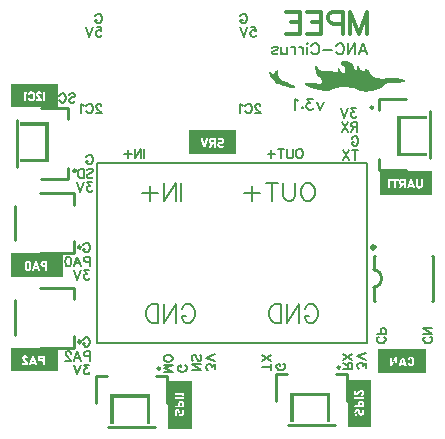
<source format=gbo>
G04 Layer: BottomSilkscreenLayer*
G04 EasyEDA v6.5.40, 2024-02-08 20:30:12*
G04 8a8f0ff451d84adea016c743fcc8db9f,2e16165ee3bb4678bfb3015e44e098b9,10*
G04 Gerber Generator version 0.2*
G04 Scale: 100 percent, Rotated: No, Reflected: No *
G04 Dimensions in millimeters *
G04 leading zeros omitted , absolute positions ,4 integer and 5 decimal *
%FSLAX45Y45*%
%MOMM*%

%ADD10C,0.1500*%
%ADD11C,0.2000*%
%ADD12C,0.3000*%
%ADD13C,0.2540*%

%LPD*%
G36*
X2844190Y3151022D02*
G01*
X2838602Y3150717D01*
X2833370Y3150006D01*
X2828594Y3148888D01*
X2824378Y3147364D01*
X2820822Y3145485D01*
X2818028Y3143148D01*
X2816047Y3140405D01*
X2813862Y3135376D01*
X2812796Y3130753D01*
X2812796Y3126536D01*
X2813862Y3122726D01*
X2816047Y3119272D01*
X2819349Y3116224D01*
X2823768Y3113532D01*
X2829255Y3111195D01*
X2834995Y3108147D01*
X2839720Y3103575D01*
X2843225Y3097682D01*
X2845308Y3090722D01*
X2850337Y3062274D01*
X2850692Y3058109D01*
X2850235Y3054604D01*
X2849016Y3051860D01*
X2847136Y3049778D01*
X2844698Y3048355D01*
X2841853Y3047593D01*
X2838551Y3047441D01*
X2835046Y3047949D01*
X2831287Y3049016D01*
X2827477Y3050641D01*
X2823667Y3052826D01*
X2819908Y3055518D01*
X2816301Y3058769D01*
X2812999Y3062478D01*
X2810052Y3066694D01*
X2804566Y3077464D01*
X2801620Y3082544D01*
X2798775Y3086608D01*
X2796082Y3089605D01*
X2793644Y3091586D01*
X2791358Y3092500D01*
X2789326Y3092297D01*
X2787650Y3091078D01*
X2786227Y3088792D01*
X2785211Y3085388D01*
X2784551Y3080969D01*
X2784195Y3069640D01*
X2783789Y3064764D01*
X2783078Y3060750D01*
X2781858Y3057601D01*
X2780182Y3055213D01*
X2777896Y3053537D01*
X2774950Y3052622D01*
X2771241Y3052368D01*
X2766669Y3052724D01*
X2761234Y3053689D01*
X2730500Y3061716D01*
X2715971Y3064916D01*
X2709621Y3066084D01*
X2703830Y3066897D01*
X2694178Y3067558D01*
X2690368Y3067405D01*
X2687167Y3066948D01*
X2684678Y3066135D01*
X2680004Y3063087D01*
X2676550Y3061868D01*
X2672638Y3061360D01*
X2668320Y3061462D01*
X2663748Y3062173D01*
X2658872Y3063443D01*
X2653842Y3065221D01*
X2648762Y3067507D01*
X2643682Y3070250D01*
X2638653Y3073349D01*
X2633827Y3076854D01*
X2629204Y3080715D01*
X2624886Y3084830D01*
X2620975Y3089198D01*
X2617520Y3093821D01*
X2610815Y3104794D01*
X2607208Y3108960D01*
X2603906Y3111144D01*
X2600960Y3111398D01*
X2598470Y3109772D01*
X2596591Y3106216D01*
X2595372Y3100781D01*
X2594965Y3093516D01*
X2595219Y3087674D01*
X2595930Y3081172D01*
X2598572Y3067100D01*
X2602331Y3052876D01*
X2604516Y3046222D01*
X2606802Y3040075D01*
X2609138Y3034690D01*
X2611475Y3030220D01*
X2613761Y3026918D01*
X2615895Y3024886D01*
X2621280Y3021380D01*
X2626258Y3017723D01*
X2630779Y3013964D01*
X2634945Y3010154D01*
X2638653Y3006242D01*
X2641955Y3002330D01*
X2644851Y2998419D01*
X2647289Y2994507D01*
X2649372Y2990646D01*
X2651048Y2986887D01*
X2652268Y2983179D01*
X2653131Y2979623D01*
X2653538Y2976168D01*
X2653588Y2972917D01*
X2653233Y2969869D01*
X2652420Y2967024D01*
X2651252Y2964434D01*
X2649677Y2962097D01*
X2647746Y2960065D01*
X2645359Y2958338D01*
X2642616Y2956915D01*
X2639415Y2955899D01*
X2635910Y2955290D01*
X2631948Y2955086D01*
X2627630Y2955290D01*
X2622905Y2956001D01*
X2617825Y2957169D01*
X2607310Y2960319D01*
X2601163Y2961640D01*
X2594102Y2962757D01*
X2586278Y2963722D01*
X2569260Y2965145D01*
X2551633Y2965856D01*
X2535021Y2965805D01*
X2527503Y2965551D01*
X2520848Y2965043D01*
X2515260Y2964332D01*
X2510790Y2963468D01*
X2507792Y2962351D01*
X2506370Y2961030D01*
X2505913Y2958846D01*
X2506167Y2956560D01*
X2507081Y2954223D01*
X2508605Y2951835D01*
X2510790Y2949346D01*
X2513533Y2946857D01*
X2516784Y2944317D01*
X2524810Y2939186D01*
X2534666Y2934004D01*
X2545994Y2928874D01*
X2558592Y2923844D01*
X2572207Y2919018D01*
X2586583Y2914446D01*
X2601417Y2910230D01*
X2616504Y2906420D01*
X2631541Y2903067D01*
X2646324Y2900273D01*
X2660548Y2898140D01*
X2673908Y2896717D01*
X2686304Y2896057D01*
X2691993Y2896006D01*
X2697327Y2896209D01*
X2702255Y2896666D01*
X2706725Y2897327D01*
X2710789Y2898292D01*
X2714345Y2899460D01*
X2721813Y2903372D01*
X2731160Y2907893D01*
X2741168Y2912008D01*
X2751734Y2915615D01*
X2762808Y2918815D01*
X2774340Y2921508D01*
X2786278Y2923743D01*
X2798521Y2925572D01*
X2811068Y2926892D01*
X2823768Y2927807D01*
X2836621Y2928213D01*
X2849524Y2928213D01*
X2862427Y2927756D01*
X2875330Y2926791D01*
X2888081Y2925419D01*
X2900680Y2923590D01*
X2913024Y2921254D01*
X2925064Y2918510D01*
X2936748Y2915310D01*
X2947974Y2911652D01*
X2958744Y2907487D01*
X2968904Y2902915D01*
X2977743Y2898597D01*
X2982010Y2896971D01*
X2986684Y2895549D01*
X2996844Y2893263D01*
X3008071Y2891840D01*
X3020161Y2891129D01*
X3032861Y2891129D01*
X3046018Y2891891D01*
X3059430Y2893263D01*
X3072841Y2895295D01*
X3086100Y2897936D01*
X3098952Y2901137D01*
X3111296Y2904896D01*
X3122777Y2909214D01*
X3128213Y2911500D01*
X3138170Y2916478D01*
X3142691Y2919171D01*
X3146806Y2921914D01*
X3150616Y2924810D01*
X3169310Y2941726D01*
X3178149Y2948889D01*
X3182366Y2951886D01*
X3190748Y2956864D01*
X3195066Y2958846D01*
X3199485Y2960573D01*
X3204108Y2961995D01*
X3209086Y2963214D01*
X3214370Y2964230D01*
X3226257Y2965653D01*
X3240328Y2966466D01*
X3308858Y2967482D01*
X3328009Y2968040D01*
X3341217Y2969006D01*
X3345942Y2969666D01*
X3349650Y2970530D01*
X3352393Y2971596D01*
X3354324Y2972866D01*
X3355594Y2974390D01*
X3356356Y2976168D01*
X3356762Y2978302D01*
X3356864Y2983484D01*
X3356559Y2985262D01*
X3355594Y2986938D01*
X3354070Y2988564D01*
X3351936Y2990138D01*
X3345992Y2993085D01*
X3338017Y2995726D01*
X3328162Y2998114D01*
X3316630Y3000146D01*
X3303574Y3001873D01*
X3289249Y3003245D01*
X3273806Y3004210D01*
X3257397Y3004769D01*
X3240227Y3004921D01*
X3222498Y3004616D01*
X3204362Y3003905D01*
X3169107Y3001619D01*
X3153511Y3001467D01*
X3146247Y3001670D01*
X3132632Y3002788D01*
X3126282Y3003651D01*
X3114446Y3006090D01*
X3108960Y3007664D01*
X3103727Y3009442D01*
X3098800Y3011474D01*
X3094126Y3013760D01*
X3089656Y3016300D01*
X3085439Y3019094D01*
X3081477Y3022092D01*
X3077718Y3025343D01*
X3074162Y3028899D01*
X3070860Y3032658D01*
X3067710Y3036722D01*
X3064764Y3041040D01*
X3062020Y3045612D01*
X3055264Y3057956D01*
X3050844Y3064357D01*
X3046222Y3069742D01*
X3041497Y3074009D01*
X3036722Y3077210D01*
X3032048Y3079191D01*
X3027527Y3080054D01*
X3023209Y3079750D01*
X3019247Y3078175D01*
X3015742Y3075381D01*
X3012694Y3071317D01*
X3007766Y3060039D01*
X3005531Y3057601D01*
X3003092Y3058363D01*
X2997301Y3065830D01*
X2993948Y3068675D01*
X2990392Y3070606D01*
X2987141Y3071317D01*
X2983534Y3073044D01*
X2979115Y3077667D01*
X2974390Y3084474D01*
X2966872Y3098952D01*
X2963824Y3103778D01*
X2960827Y3107283D01*
X2958033Y3109569D01*
X2955442Y3110636D01*
X2953105Y3110433D01*
X2951073Y3109061D01*
X2949448Y3106521D01*
X2948228Y3102762D01*
X2947466Y3097885D01*
X2947263Y3091891D01*
X2948279Y3076752D01*
X2948482Y3070199D01*
X2948330Y3065729D01*
X2947771Y3064103D01*
X2944876Y3064916D01*
X2941523Y3067304D01*
X2937916Y3070961D01*
X2934208Y3075686D01*
X2930601Y3081274D01*
X2927146Y3087522D01*
X2924098Y3094228D01*
X2919679Y3106115D01*
X2917291Y3111093D01*
X2914446Y3116072D01*
X2911246Y3120847D01*
X2907690Y3125419D01*
X2903829Y3129686D01*
X2899816Y3133547D01*
X2895600Y3136900D01*
X2890926Y3139948D01*
X2885795Y3142589D01*
X2880258Y3144926D01*
X2874416Y3146856D01*
X2868422Y3148431D01*
X2862275Y3149650D01*
X2856128Y3150514D01*
X2850083Y3150971D01*
G37*
G36*
X2278075Y3070860D02*
G01*
X2274620Y3070707D01*
X2265578Y3069082D01*
X2261920Y3067608D01*
X2258669Y3065373D01*
X2255824Y3062224D01*
X2253132Y3057956D01*
X2250490Y3052318D01*
X2247747Y3045155D01*
X2244750Y3036265D01*
X2243328Y3036316D01*
X2240127Y3038297D01*
X2235555Y3041954D01*
X2226005Y3050489D01*
X2222347Y3053384D01*
X2219045Y3055467D01*
X2216150Y3056890D01*
X2213660Y3057601D01*
X2211578Y3057652D01*
X2209901Y3057144D01*
X2208580Y3056026D01*
X2207615Y3054451D01*
X2207056Y3052368D01*
X2206904Y3049828D01*
X2207056Y3046882D01*
X2208479Y3040024D01*
X2211324Y3031998D01*
X2215591Y3023260D01*
X2221128Y3014014D01*
X2224379Y3009341D01*
X2227986Y3004667D01*
X2236063Y2995472D01*
X2245868Y2985058D01*
X2254351Y2975457D01*
X2260498Y2967685D01*
X2262479Y2964840D01*
X2265426Y2960014D01*
X2268372Y2957677D01*
X2272030Y2956102D01*
X2280716Y2954985D01*
X2286762Y2953512D01*
X2293213Y2951327D01*
X2303221Y2946908D01*
X2312974Y2943047D01*
X2324862Y2939034D01*
X2338171Y2934970D01*
X2352192Y2931058D01*
X2366162Y2927502D01*
X2379472Y2924454D01*
X2391359Y2922117D01*
X2401163Y2920644D01*
X2408123Y2920187D01*
X2410307Y2920441D01*
X2415032Y2922016D01*
X2418740Y2924149D01*
X2421432Y2926791D01*
X2423109Y2929788D01*
X2423871Y2932938D01*
X2423668Y2936189D01*
X2422601Y2939288D01*
X2420670Y2942183D01*
X2417876Y2944672D01*
X2414320Y2946704D01*
X2409952Y2948025D01*
X2400503Y2948838D01*
X2395829Y2949702D01*
X2390851Y2951073D01*
X2385771Y2952800D01*
X2380691Y2954883D01*
X2375814Y2957322D01*
X2371293Y2959963D01*
X2359761Y2968193D01*
X2352548Y2972714D01*
X2346502Y2975813D01*
X2342438Y2976981D01*
X2337358Y2977438D01*
X2332380Y2978353D01*
X2327503Y2979775D01*
X2322728Y2981604D01*
X2318105Y2983839D01*
X2313635Y2986430D01*
X2309368Y2989427D01*
X2305304Y2992729D01*
X2301494Y2996336D01*
X2297988Y3000248D01*
X2294686Y3004362D01*
X2291740Y3008731D01*
X2289098Y3013252D01*
X2286812Y3017977D01*
X2284933Y3022854D01*
X2283409Y3027832D01*
X2282291Y3032861D01*
X2281682Y3037992D01*
X2281478Y3043123D01*
X2283002Y3061868D01*
X2282901Y3066034D01*
X2282088Y3068777D01*
X2280564Y3070301D01*
G37*
G36*
X3130600Y709574D02*
G01*
X3130600Y648055D01*
X3233674Y648055D01*
X3238093Y647598D01*
X3240430Y644448D01*
X3241294Y635965D01*
X3241751Y591159D01*
X3260699Y628650D01*
X3264357Y635508D01*
X3267303Y640537D01*
X3269843Y644042D01*
X3272180Y646226D01*
X3274567Y647446D01*
X3277260Y647954D01*
X3290620Y648055D01*
X3290620Y570280D01*
X3300526Y570280D01*
X3300577Y571906D01*
X3315512Y611886D01*
X3322878Y630631D01*
X3325926Y637387D01*
X3328670Y642416D01*
X3331159Y645769D01*
X3333496Y647395D01*
X3335731Y647446D01*
X3337966Y645871D01*
X3340303Y642772D01*
X3342792Y638098D01*
X3345535Y631901D01*
X3361503Y590905D01*
X3376777Y590905D01*
X3378708Y594715D01*
X3383483Y595630D01*
X3389477Y593699D01*
X3394964Y589127D01*
X3397961Y586079D01*
X3400958Y584352D01*
X3404362Y583895D01*
X3408527Y584555D01*
X3413150Y586181D01*
X3415639Y589330D01*
X3416604Y595985D01*
X3416757Y608076D01*
X3416604Y620166D01*
X3415639Y626821D01*
X3413150Y629920D01*
X3408527Y631545D01*
X3404362Y632206D01*
X3400958Y631748D01*
X3397961Y630072D01*
X3394964Y626973D01*
X3389477Y622452D01*
X3383483Y620522D01*
X3378708Y621385D01*
X3376777Y625195D01*
X3377488Y627837D01*
X3379419Y631291D01*
X3382264Y635203D01*
X3385769Y639064D01*
X3390239Y642874D01*
X3395014Y645668D01*
X3399993Y647446D01*
X3405124Y648157D01*
X3410254Y647852D01*
X3415334Y646480D01*
X3420262Y644093D01*
X3425037Y640638D01*
X3429812Y635914D01*
X3432403Y630631D01*
X3433470Y622198D01*
X3433673Y608076D01*
X3433470Y593953D01*
X3432403Y585520D01*
X3429812Y580186D01*
X3425037Y575513D01*
X3420262Y572008D01*
X3415334Y569620D01*
X3410254Y568248D01*
X3405124Y567944D01*
X3399993Y568655D01*
X3395014Y570433D01*
X3390239Y573227D01*
X3385769Y577037D01*
X3382264Y580948D01*
X3379419Y584809D01*
X3377488Y588314D01*
X3376777Y590905D01*
X3361503Y590905D01*
X3370529Y568045D01*
X3361690Y568045D01*
X3357575Y568401D01*
X3354527Y569518D01*
X3352495Y571398D01*
X3349853Y577342D01*
X3347059Y579221D01*
X3342132Y580136D01*
X3334308Y580390D01*
X3326485Y580136D01*
X3321608Y579221D01*
X3318814Y577342D01*
X3316173Y571449D01*
X3314192Y569569D01*
X3311296Y568452D01*
X3307486Y568045D01*
X3304032Y568299D01*
X3301695Y569061D01*
X3300526Y570280D01*
X3290620Y570280D01*
X3290620Y568045D01*
X3283051Y568045D01*
X3278682Y568553D01*
X3276346Y571652D01*
X3275228Y579678D01*
X3273653Y621893D01*
X3255517Y586486D01*
X3252012Y579983D01*
X3249168Y575208D01*
X3246678Y571957D01*
X3244392Y569823D01*
X3242005Y568655D01*
X3239312Y568147D01*
X3226003Y568045D01*
X3226003Y648055D01*
X3130600Y648055D01*
X3130600Y509625D01*
X3530600Y509625D01*
X3530600Y709574D01*
G37*
G36*
X3333953Y618083D02*
G01*
X3331311Y614121D01*
X3328111Y605739D01*
X3326384Y600049D01*
X3326434Y597052D01*
X3328873Y595934D01*
X3334156Y595731D01*
X3338626Y595985D01*
X3341217Y596747D01*
X3342182Y598271D01*
X3341674Y600659D01*
X3339795Y606348D01*
X3337864Y613206D01*
X3336086Y617728D01*
G37*
G36*
X2874873Y450799D02*
G01*
X2874873Y340055D01*
X2927197Y340055D01*
X2927299Y354076D01*
X2928213Y361391D01*
X2930499Y364185D01*
X2934868Y364642D01*
X2939034Y364286D01*
X2941320Y362610D01*
X2942336Y358851D01*
X2942590Y352145D01*
X2942590Y339598D01*
X2952089Y346760D01*
X2961335Y353415D01*
X2969412Y358546D01*
X2976372Y362102D01*
X2982417Y364185D01*
X2987751Y364845D01*
X2992526Y364083D01*
X2996895Y361950D01*
X3001010Y358495D01*
X3004058Y354533D01*
X3006140Y349910D01*
X3007258Y344881D01*
X3007461Y339648D01*
X3006699Y334518D01*
X3005074Y329641D01*
X3002534Y325323D01*
X2999079Y321767D01*
X2995574Y319328D01*
X2992120Y317296D01*
X2989021Y315925D01*
X2986786Y315417D01*
X2983534Y318160D01*
X2982569Y324358D01*
X2983788Y330962D01*
X2987192Y334975D01*
X2988970Y336042D01*
X2990443Y337616D01*
X2991459Y339496D01*
X2991815Y341477D01*
X2991205Y344220D01*
X2989478Y345744D01*
X2986684Y346100D01*
X2982874Y345287D01*
X2978200Y343306D01*
X2972714Y340207D01*
X2966415Y336042D01*
X2951480Y324815D01*
X2943910Y319938D01*
X2937713Y316636D01*
X2933649Y315417D01*
X2930093Y316026D01*
X2928162Y319125D01*
X2927350Y326491D01*
X2927197Y340055D01*
X2874873Y340055D01*
X2874873Y303123D01*
X3007207Y303123D01*
X3007207Y284632D01*
X2927197Y284632D01*
X2927197Y303123D01*
X2874873Y303123D01*
X2874873Y216966D01*
X2927197Y216966D01*
X2927197Y226161D01*
X2927451Y231444D01*
X2929229Y234188D01*
X2933801Y235254D01*
X2957931Y235407D01*
X2957931Y248716D01*
X2958439Y254558D01*
X2959862Y259842D01*
X2962046Y264515D01*
X2964942Y268478D01*
X2968396Y271729D01*
X2972308Y274167D01*
X2976626Y275793D01*
X2981147Y276504D01*
X2985820Y276250D01*
X2990494Y274980D01*
X2995117Y272694D01*
X2999536Y269240D01*
X3003600Y264718D01*
X3005886Y259486D01*
X3006953Y251714D01*
X3007207Y239471D01*
X3007207Y216966D01*
X2874873Y216966D01*
X2874873Y179882D01*
X2927400Y179882D01*
X2928061Y186537D01*
X2930144Y191719D01*
X2934055Y196900D01*
X2938119Y200964D01*
X2942132Y203606D01*
X2946552Y205028D01*
X2951734Y205333D01*
X2956306Y204927D01*
X2960217Y204012D01*
X2963468Y202438D01*
X2966313Y200101D01*
X2968701Y196900D01*
X2970834Y192786D01*
X2972714Y187604D01*
X2976626Y174040D01*
X2978810Y169418D01*
X2981248Y166928D01*
X2984296Y166166D01*
X2988818Y168402D01*
X2991205Y174091D01*
X2991205Y181660D01*
X2988513Y189636D01*
X2986887Y193294D01*
X2986582Y195935D01*
X2987751Y198221D01*
X2990443Y200558D01*
X2995168Y203606D01*
X2998368Y204165D01*
X3000908Y201980D01*
X3003600Y196799D01*
X3005328Y191973D01*
X3006496Y186436D01*
X3007055Y180594D01*
X3007055Y174650D01*
X3006547Y168960D01*
X3005480Y163677D01*
X3003905Y159207D01*
X3001822Y155752D01*
X2998927Y153111D01*
X2995117Y150622D01*
X2990850Y148640D01*
X2986633Y147370D01*
X2981858Y147066D01*
X2977337Y147878D01*
X2973171Y149860D01*
X2969361Y152806D01*
X2966008Y156718D01*
X2963214Y161544D01*
X2961030Y167182D01*
X2959557Y173583D01*
X2957017Y182270D01*
X2953359Y187604D01*
X2949244Y188976D01*
X2945384Y185877D01*
X2943301Y180035D01*
X2942742Y172466D01*
X2943656Y164541D01*
X2946044Y157784D01*
X2947517Y154330D01*
X2947720Y151739D01*
X2946552Y149504D01*
X2943860Y147167D01*
X2940710Y145440D01*
X2937865Y145084D01*
X2935325Y146050D01*
X2933141Y148285D01*
X2931261Y151892D01*
X2929737Y156718D01*
X2928620Y162814D01*
X2927807Y170129D01*
X2927400Y179882D01*
X2874873Y179882D01*
X2874873Y50800D01*
X3068726Y50800D01*
X3068726Y450799D01*
G37*
G36*
X2983738Y259079D02*
G01*
X2977946Y258064D01*
X2976016Y256590D01*
X2974594Y253949D01*
X2973679Y250342D01*
X2973324Y245871D01*
X2973578Y240182D01*
X2974797Y237032D01*
X2977540Y235712D01*
X2982569Y235407D01*
X2987598Y235712D01*
X2990342Y237032D01*
X2991561Y240182D01*
X2991815Y245871D01*
X2990850Y252780D01*
X2988106Y257251D01*
G37*
G36*
X1344676Y438099D02*
G01*
X1344676Y341223D01*
X1485290Y341223D01*
X1485036Y331063D01*
X1484376Y321919D01*
X1482394Y316433D01*
X1478534Y313791D01*
X1472184Y313080D01*
X1467815Y313334D01*
X1465224Y314096D01*
X1464157Y315569D01*
X1464564Y317804D01*
X1464310Y320192D01*
X1460347Y321614D01*
X1451152Y322275D01*
X1435201Y322478D01*
X1404061Y322478D01*
X1404061Y341223D01*
X1344676Y341223D01*
X1344676Y303733D01*
X1485290Y303733D01*
X1485290Y284988D01*
X1404061Y284988D01*
X1404061Y303733D01*
X1344676Y303733D01*
X1344676Y216204D01*
X1404061Y216204D01*
X1404061Y224028D01*
X1404416Y228346D01*
X1406398Y230682D01*
X1411071Y231648D01*
X1419656Y231851D01*
X1435303Y231851D01*
X1435303Y246075D01*
X1435811Y252323D01*
X1437233Y258013D01*
X1439468Y262991D01*
X1442415Y267258D01*
X1445971Y270764D01*
X1449933Y273354D01*
X1454302Y275082D01*
X1458925Y275793D01*
X1463700Y275539D01*
X1468475Y274167D01*
X1473149Y271627D01*
X1477619Y267919D01*
X1481632Y263144D01*
X1483969Y257759D01*
X1485036Y250037D01*
X1485290Y238252D01*
X1485290Y216204D01*
X1344676Y216204D01*
X1344676Y168249D01*
X1404213Y168249D01*
X1404315Y174040D01*
X1404874Y179578D01*
X1405940Y184708D01*
X1407515Y189179D01*
X1411376Y194614D01*
X1417116Y199237D01*
X1423822Y202488D01*
X1430426Y203708D01*
X1433626Y203200D01*
X1436827Y201726D01*
X1439976Y199339D01*
X1442974Y196138D01*
X1445768Y192227D01*
X1448206Y187706D01*
X1450340Y182676D01*
X1454251Y169672D01*
X1456436Y164846D01*
X1458976Y162306D01*
X1462074Y161544D01*
X1466646Y163830D01*
X1469034Y169570D01*
X1469034Y177292D01*
X1466342Y185369D01*
X1464665Y189026D01*
X1464360Y191770D01*
X1465580Y194056D01*
X1468323Y196443D01*
X1473098Y199542D01*
X1476349Y200101D01*
X1478940Y197866D01*
X1481683Y192633D01*
X1483817Y186944D01*
X1485087Y181152D01*
X1485544Y175412D01*
X1485188Y169824D01*
X1484172Y164490D01*
X1482496Y159512D01*
X1480159Y154990D01*
X1477213Y151079D01*
X1473758Y147828D01*
X1469847Y145389D01*
X1465427Y143865D01*
X1460652Y143306D01*
X1456131Y143611D01*
X1452168Y144526D01*
X1448816Y146202D01*
X1445869Y148640D01*
X1443329Y151993D01*
X1441094Y156260D01*
X1439062Y161645D01*
X1435049Y175412D01*
X1432864Y180136D01*
X1430375Y182676D01*
X1427276Y183438D01*
X1424228Y182930D01*
X1422400Y181051D01*
X1421536Y177190D01*
X1421333Y170891D01*
X1421536Y165557D01*
X1422044Y160223D01*
X1422755Y155549D01*
X1424330Y149047D01*
X1423924Y146405D01*
X1422400Y144068D01*
X1419707Y141986D01*
X1416304Y140258D01*
X1413814Y140360D01*
X1411528Y142595D01*
X1408785Y147320D01*
X1406956Y151790D01*
X1405534Y156921D01*
X1404670Y162458D01*
X1404213Y168249D01*
X1344676Y168249D01*
X1344676Y38100D01*
X1550924Y38100D01*
X1550924Y438099D01*
G37*
G36*
X1460296Y255270D02*
G01*
X1456182Y254863D01*
X1453692Y253238D01*
X1452270Y249682D01*
X1451508Y243586D01*
X1451203Y236982D01*
X1452067Y233476D01*
X1454861Y232105D01*
X1460296Y231851D01*
X1465732Y232105D01*
X1468526Y233476D01*
X1469440Y236982D01*
X1469085Y243586D01*
X1468323Y249682D01*
X1466900Y253238D01*
X1464411Y254863D01*
G37*
G36*
X19100Y2957474D02*
G01*
X19100Y2825343D01*
X128930Y2825343D01*
X129082Y2869946D01*
X129489Y2889554D01*
X130759Y2891282D01*
X144221Y2891332D01*
X146050Y2890824D01*
X147269Y2890164D01*
X148132Y2889148D01*
X151841Y2888030D01*
X153416Y2887218D01*
X155244Y2885643D01*
X156159Y2883611D01*
X156057Y2870657D01*
X155244Y2869082D01*
X154127Y2868218D01*
X150774Y2868828D01*
X149402Y2870200D01*
X147523Y2870708D01*
X147116Y2870250D01*
X146608Y2870200D01*
X146603Y2867304D01*
X163525Y2867304D01*
X164795Y2873654D01*
X165912Y2875686D01*
X166624Y2876143D01*
X167487Y2878785D01*
X168554Y2880868D01*
X170027Y2881833D01*
X171602Y2884170D01*
X173583Y2885490D01*
X174853Y2887218D01*
X177444Y2888589D01*
X179374Y2889097D01*
X180289Y2890266D01*
X182321Y2891180D01*
X184150Y2891485D01*
X184251Y2891739D01*
X199288Y2891790D01*
X204673Y2890875D01*
X205740Y2890316D01*
X206806Y2889148D01*
X209346Y2888437D01*
X211074Y2887218D01*
X215138Y2883611D01*
X216966Y2880918D01*
X217271Y2879598D01*
X218490Y2878480D01*
X219659Y2876296D01*
X220725Y2871063D01*
X221691Y2869438D01*
X222351Y2867812D01*
X222351Y2834132D01*
X221996Y2832557D01*
X220624Y2830372D01*
X220065Y2827223D01*
X218694Y2823057D01*
X217373Y2822498D01*
X216763Y2820416D01*
X215747Y2818841D01*
X212280Y2815691D01*
X230936Y2815691D01*
X231089Y2823616D01*
X231952Y2826105D01*
X233578Y2827070D01*
X237236Y2827426D01*
X248818Y2827528D01*
X253288Y2827782D01*
X255676Y2828798D01*
X254254Y2829306D01*
X252933Y2831287D01*
X252729Y2832049D01*
X251053Y2833522D01*
X250291Y2835097D01*
X249174Y2836570D01*
X247853Y2837586D01*
X245668Y2841193D01*
X244551Y2841955D01*
X243789Y2842818D01*
X243179Y2843987D01*
X242976Y2844850D01*
X242011Y2845206D01*
X240334Y2846933D01*
X239725Y2848356D01*
X238302Y2849473D01*
X236931Y2852115D01*
X236474Y2853690D01*
X235254Y2854706D01*
X234086Y2856890D01*
X233375Y2861106D01*
X232206Y2862275D01*
X231597Y2864205D01*
X230987Y2868269D01*
X231038Y2872994D01*
X231597Y2876448D01*
X232003Y2877820D01*
X233375Y2879140D01*
X234137Y2882392D01*
X235661Y2884525D01*
X236423Y2884881D01*
X237439Y2886049D01*
X237947Y2886964D01*
X238810Y2887726D01*
X242112Y2889148D01*
X243382Y2890316D01*
X245160Y2891078D01*
X249936Y2891739D01*
X261112Y2891739D01*
X266141Y2890977D01*
X267817Y2890215D01*
X268782Y2889148D01*
X270865Y2888437D01*
X272338Y2887472D01*
X274574Y2884881D01*
X275285Y2884525D01*
X276199Y2883560D01*
X277825Y2880258D01*
X279095Y2878734D01*
X280009Y2875686D01*
X280212Y2873095D01*
X280517Y2872333D01*
X280568Y2869133D01*
X279806Y2867558D01*
X277571Y2866288D01*
X267716Y2866390D01*
X263804Y2867558D01*
X262432Y2870504D01*
X261874Y2873349D01*
X258521Y2874365D01*
X255422Y2874568D01*
X252272Y2874365D01*
X251104Y2873400D01*
X249783Y2869692D01*
X250190Y2868726D01*
X250596Y2866694D01*
X251104Y2865475D01*
X251409Y2863799D01*
X252272Y2861868D01*
X254762Y2859176D01*
X255371Y2857246D01*
X256641Y2856738D01*
X257911Y2855366D01*
X258673Y2853791D01*
X260350Y2852267D01*
X260807Y2851048D01*
X261746Y2849727D01*
X291439Y2849727D01*
X291490Y2881477D01*
X291744Y2888843D01*
X292049Y2890164D01*
X292506Y2890672D01*
X293776Y2891282D01*
X307086Y2891129D01*
X308102Y2890621D01*
X308660Y2889097D01*
X308965Y2888945D01*
X308965Y2812237D01*
X307035Y2810306D01*
X293827Y2810357D01*
X293319Y2810814D01*
X292252Y2811272D01*
X291490Y2812034D01*
X291439Y2849727D01*
X261823Y2849626D01*
X264414Y2846425D01*
X264972Y2844698D01*
X266395Y2844190D01*
X268325Y2840939D01*
X269900Y2839516D01*
X270357Y2838297D01*
X271424Y2836976D01*
X272643Y2836011D01*
X274116Y2833573D01*
X274523Y2831947D01*
X275742Y2831541D01*
X276758Y2830372D01*
X277063Y2829458D01*
X277317Y2829255D01*
X277368Y2828848D01*
X279298Y2827223D01*
X279755Y2826359D01*
X280416Y2821330D01*
X280365Y2813202D01*
X280009Y2811983D01*
X279400Y2811068D01*
X278384Y2810306D01*
X233578Y2810306D01*
X232968Y2810814D01*
X232257Y2811068D01*
X231394Y2811830D01*
X230936Y2815691D01*
X212242Y2815640D01*
X210007Y2813862D01*
X207670Y2812846D01*
X206908Y2811830D01*
X204825Y2810916D01*
X196545Y2809798D01*
X195122Y2809189D01*
X188874Y2809189D01*
X187858Y2809849D01*
X182676Y2810510D01*
X179781Y2811322D01*
X178511Y2812542D01*
X174498Y2814675D01*
X173482Y2816148D01*
X172008Y2816961D01*
X171094Y2817977D01*
X170027Y2820111D01*
X168148Y2821736D01*
X167436Y2823108D01*
X166674Y2825750D01*
X165557Y2826613D01*
X164592Y2828594D01*
X164084Y2830677D01*
X163576Y2835249D01*
X163728Y2836621D01*
X164439Y2837637D01*
X166776Y2839008D01*
X176174Y2838958D01*
X179425Y2837992D01*
X180492Y2837332D01*
X181254Y2836316D01*
X182422Y2831998D01*
X183794Y2831338D01*
X185521Y2828594D01*
X189382Y2827680D01*
X195783Y2827680D01*
X198374Y2828340D01*
X199390Y2828899D01*
X199796Y2829763D01*
X200609Y2830576D01*
X201472Y2830982D01*
X202082Y2831998D01*
X202946Y2835605D01*
X203809Y2840532D01*
X204063Y2843885D01*
X204012Y2860446D01*
X201980Y2870200D01*
X199999Y2871724D01*
X199390Y2872740D01*
X198475Y2873705D01*
X193751Y2874365D01*
X188823Y2874162D01*
X185623Y2873298D01*
X185369Y2871927D01*
X182727Y2869641D01*
X181000Y2864662D01*
X178155Y2862427D01*
X177241Y2862021D01*
X166624Y2861868D01*
X164998Y2862580D01*
X164236Y2863342D01*
X163779Y2864408D01*
X163525Y2867304D01*
X146603Y2867304D01*
X146507Y2812034D01*
X145796Y2811272D01*
X144526Y2810713D01*
X144221Y2810357D01*
X131013Y2810306D01*
X129285Y2812034D01*
X129032Y2814421D01*
X128930Y2825343D01*
X19100Y2825343D01*
X19100Y2757525D01*
X419100Y2757525D01*
X419100Y2957474D01*
G37*
G36*
X1527200Y2563774D02*
G01*
X1527200Y2495651D01*
X1623974Y2495651D01*
X1624838Y2496820D01*
X1626057Y2497582D01*
X1637182Y2497683D01*
X1640078Y2496921D01*
X1641246Y2495905D01*
X1641957Y2494381D01*
X1642262Y2491892D01*
X1642973Y2489047D01*
X1644142Y2488133D01*
X1644650Y2487117D01*
X1646072Y2479090D01*
X1647443Y2477719D01*
X1648663Y2472740D01*
X1649222Y2469591D01*
X1650492Y2468118D01*
X1651000Y2467000D01*
X1651762Y2462733D01*
X1652016Y2462174D01*
X1652473Y2459177D01*
X1653590Y2458110D01*
X1654352Y2456129D01*
X1655673Y2449677D01*
X1657502Y2453030D01*
X1658467Y2453995D01*
X1658874Y2454097D01*
X1659686Y2459278D01*
X1660753Y2463647D01*
X1662125Y2465019D01*
X1663242Y2470962D01*
X1663954Y2473198D01*
X1665274Y2474569D01*
X1665935Y2478887D01*
X1666900Y2482748D01*
X1667865Y2484120D01*
X1668424Y2484577D01*
X1669084Y2488590D01*
X1670100Y2492400D01*
X1672640Y2496820D01*
X1673758Y2497480D01*
X1680006Y2497632D01*
X1686661Y2497480D01*
X1688084Y2496972D01*
X1688998Y2496108D01*
X1689354Y2495499D01*
X1688947Y2492756D01*
X1688439Y2491384D01*
X1687423Y2490470D01*
X1686052Y2483764D01*
X1685289Y2481986D01*
X1684223Y2480919D01*
X1682902Y2474214D01*
X1682140Y2472436D01*
X1681073Y2471420D01*
X1679702Y2464714D01*
X1678939Y2462936D01*
X1677873Y2461869D01*
X1676552Y2455164D01*
X1675790Y2453436D01*
X1674723Y2452370D01*
X1673352Y2445664D01*
X1672589Y2443886D01*
X1671523Y2442819D01*
X1670202Y2436114D01*
X1669440Y2434386D01*
X1668373Y2433320D01*
X1667002Y2426614D01*
X1666239Y2424836D01*
X1665173Y2423769D01*
X1664199Y2419248D01*
X1691893Y2419248D01*
X1692656Y2420874D01*
X1693570Y2421382D01*
X1694129Y2422448D01*
X1694535Y2423871D01*
X1695094Y2424785D01*
X1697024Y2426919D01*
X1698091Y2429713D01*
X1699107Y2431643D01*
X1700225Y2431897D01*
X1700784Y2434234D01*
X1702003Y2436825D01*
X1703019Y2437384D01*
X1703628Y2438298D01*
X1705305Y2442616D01*
X1706524Y2443226D01*
X1708150Y2447239D01*
X1708810Y2447747D01*
X1709115Y2447747D01*
X1708200Y2448610D01*
X1706880Y2451100D01*
X1704746Y2451658D01*
X1703070Y2452776D01*
X1700580Y2455672D01*
X1699818Y2457043D01*
X1698599Y2457958D01*
X1697024Y2462428D01*
X1695957Y2463495D01*
X1695399Y2465070D01*
X1694738Y2469032D01*
X1694891Y2479040D01*
X1695450Y2480818D01*
X1696110Y2482037D01*
X1696974Y2482697D01*
X1697634Y2485694D01*
X1699107Y2488793D01*
X1700123Y2489047D01*
X1700682Y2490520D01*
X1701901Y2491740D01*
X1703324Y2492400D01*
X1703984Y2493822D01*
X1705508Y2494788D01*
X1707845Y2495448D01*
X1708861Y2496464D01*
X1710486Y2497226D01*
X1712671Y2497683D01*
X1751634Y2497531D01*
X1752498Y2496921D01*
X1753158Y2495550D01*
X1753565Y2495245D01*
X1753565Y2438958D01*
X1764995Y2438958D01*
X1765046Y2445715D01*
X1766112Y2447798D01*
X1766824Y2448458D01*
X1767839Y2452522D01*
X1768551Y2453894D01*
X1772412Y2458415D01*
X1774901Y2459888D01*
X1776475Y2460142D01*
X1778000Y2461869D01*
X1779524Y2462530D01*
X1785823Y2463698D01*
X1787093Y2464765D01*
X1789785Y2465527D01*
X1799894Y2466848D01*
X1800860Y2467965D01*
X1803450Y2469337D01*
X1804720Y2469642D01*
X1805279Y2470251D01*
X1805939Y2472486D01*
X1805990Y2475890D01*
X1804517Y2479294D01*
X1801317Y2480513D01*
X1797659Y2480970D01*
X1786128Y2480513D01*
X1783181Y2479802D01*
X1781911Y2479294D01*
X1781200Y2478328D01*
X1776323Y2476550D01*
X1773580Y2477109D01*
X1772005Y2477922D01*
X1770938Y2480208D01*
X1769922Y2483815D01*
X1769364Y2484069D01*
X1768703Y2484780D01*
X1768144Y2485999D01*
X1767839Y2487574D01*
X1767941Y2490114D01*
X1768602Y2490825D01*
X1771751Y2492502D01*
X1772412Y2493264D01*
X1773986Y2494178D01*
X1777441Y2495194D01*
X1780438Y2497074D01*
X1784350Y2497886D01*
X1794205Y2498090D01*
X1804060Y2497734D01*
X1807362Y2497175D01*
X1809394Y2496007D01*
X1809902Y2495448D01*
X1812391Y2494889D01*
X1813610Y2494178D01*
X1818487Y2489911D01*
X1820011Y2487879D01*
X1820875Y2485694D01*
X1821434Y2485339D01*
X1822399Y2484069D01*
X1823008Y2481580D01*
X1823415Y2481326D01*
X1823415Y2465171D01*
X1823008Y2464866D01*
X1822399Y2462225D01*
X1821840Y2461310D01*
X1820722Y2460498D01*
X1820265Y2458974D01*
X1818995Y2457145D01*
X1817370Y2455621D01*
X1815490Y2454605D01*
X1814068Y2454097D01*
X1813610Y2453284D01*
X1812340Y2452420D01*
X1810562Y2451760D01*
X1806498Y2451100D01*
X1804720Y2449880D01*
X1802993Y2449322D01*
X1796643Y2448458D01*
X1791512Y2448204D01*
X1790293Y2447950D01*
X1789125Y2446629D01*
X1785721Y2445664D01*
X1784553Y2444750D01*
X1783994Y2442718D01*
X1783283Y2441549D01*
X1783283Y2438247D01*
X1783892Y2437993D01*
X1784756Y2436825D01*
X1785721Y2434793D01*
X1791157Y2433320D01*
X1792122Y2432761D01*
X1793443Y2432608D01*
X1801418Y2432659D01*
X1802434Y2433116D01*
X1810512Y2434894D01*
X1811629Y2435301D01*
X1811985Y2436012D01*
X1813153Y2436825D01*
X1816557Y2438095D01*
X1820722Y2438908D01*
X1822145Y2437739D01*
X1822856Y2436114D01*
X1823059Y2435098D01*
X1824126Y2433370D01*
X1824989Y2432608D01*
X1825955Y2430729D01*
X1826514Y2428036D01*
X1826564Y2425141D01*
X1825548Y2424023D01*
X1822399Y2422448D01*
X1820519Y2420823D01*
X1815744Y2419350D01*
X1814372Y2417978D01*
X1809648Y2416962D01*
X1804974Y2416556D01*
X1802638Y2416098D01*
X1801672Y2415489D01*
X1792274Y2415489D01*
X1790852Y2416098D01*
X1781911Y2417318D01*
X1780082Y2418080D01*
X1779016Y2419146D01*
X1775155Y2420670D01*
X1774088Y2421534D01*
X1773631Y2422398D01*
X1772056Y2423312D01*
X1770837Y2424480D01*
X1769719Y2426512D01*
X1768703Y2427122D01*
X1767535Y2429814D01*
X1766874Y2433574D01*
X1765604Y2435199D01*
X1765198Y2436723D01*
X1764995Y2438958D01*
X1753565Y2438958D01*
X1753565Y2418537D01*
X1751634Y2416606D01*
X1738477Y2416657D01*
X1737207Y2417368D01*
X1736343Y2418130D01*
X1736039Y2418842D01*
X1735836Y2418842D01*
X1735836Y2447798D01*
X1735226Y2448255D01*
X1731162Y2448204D01*
X1729739Y2447899D01*
X1728927Y2447391D01*
X1727149Y2443073D01*
X1725879Y2441956D01*
X1725269Y2440990D01*
X1724812Y2439365D01*
X1723491Y2436723D01*
X1722577Y2436215D01*
X1722018Y2435148D01*
X1721612Y2433523D01*
X1721002Y2432456D01*
X1719224Y2430373D01*
X1717852Y2426817D01*
X1717192Y2425852D01*
X1716227Y2425141D01*
X1714550Y2420721D01*
X1713839Y2419553D01*
X1712823Y2419350D01*
X1712315Y2417724D01*
X1710740Y2416810D01*
X1695551Y2416606D01*
X1695145Y2417064D01*
X1693925Y2417368D01*
X1692554Y2418029D01*
X1691893Y2419248D01*
X1664199Y2419248D01*
X1663903Y2418334D01*
X1662938Y2417368D01*
X1661464Y2416911D01*
X1661261Y2416657D01*
X1651507Y2416606D01*
X1649577Y2417826D01*
X1648155Y2419146D01*
X1647139Y2422550D01*
X1646275Y2427478D01*
X1645005Y2428646D01*
X1644243Y2430830D01*
X1643075Y2436977D01*
X1641805Y2438146D01*
X1640839Y2441549D01*
X1639925Y2446528D01*
X1638655Y2447696D01*
X1637893Y2449880D01*
X1636725Y2456027D01*
X1635353Y2457399D01*
X1634236Y2461869D01*
X1633575Y2465578D01*
X1632204Y2466949D01*
X1630375Y2475077D01*
X1629003Y2476449D01*
X1627886Y2480919D01*
X1627225Y2484628D01*
X1625854Y2485999D01*
X1624787Y2490368D01*
X1623974Y2495651D01*
X1527200Y2495651D01*
X1527200Y2363825D01*
X1927199Y2363825D01*
X1927199Y2563774D01*
G37*
G36*
X1718919Y2480564D02*
G01*
X1718818Y2480310D01*
X1716074Y2480208D01*
X1715058Y2479598D01*
X1714398Y2477465D01*
X1712823Y2475839D01*
X1712468Y2473960D01*
X1712772Y2469997D01*
X1713839Y2469489D01*
X1714601Y2468422D01*
X1714957Y2467356D01*
X1716074Y2465933D01*
X1735074Y2465527D01*
X1735836Y2467102D01*
X1735836Y2479548D01*
X1735074Y2480513D01*
G37*
G36*
X15900Y722274D02*
G01*
X15900Y577037D01*
X116332Y577037D01*
X116332Y588670D01*
X116738Y588924D01*
X117246Y590804D01*
X118211Y591972D01*
X118821Y592328D01*
X137972Y592328D01*
X139750Y593699D01*
X138988Y594410D01*
X138379Y595579D01*
X138074Y596849D01*
X137160Y597154D01*
X135991Y598271D01*
X135178Y600049D01*
X134264Y600964D01*
X133858Y601116D01*
X133096Y601929D01*
X131470Y604520D01*
X130251Y605536D01*
X128320Y608330D01*
X125831Y610920D01*
X125425Y612394D01*
X125018Y612851D01*
X124053Y613105D01*
X122935Y614730D01*
X122123Y616915D01*
X121005Y617474D01*
X119633Y620572D01*
X118973Y623570D01*
X117754Y624890D01*
X116890Y627684D01*
X116687Y630326D01*
X116433Y630529D01*
X116433Y639826D01*
X116687Y639978D01*
X117297Y643737D01*
X117856Y644906D01*
X118821Y645871D01*
X120243Y648919D01*
X121208Y649986D01*
X121970Y650290D01*
X122631Y651002D01*
X122986Y651764D01*
X124002Y652678D01*
X127000Y653897D01*
X127965Y655066D01*
X129032Y655624D01*
X132283Y656285D01*
X132435Y656590D01*
X148082Y656488D01*
X151942Y655523D01*
X153873Y653796D01*
X155194Y653491D01*
X157886Y651662D01*
X162153Y646785D01*
X162864Y645566D01*
X163423Y643077D01*
X164642Y641756D01*
X165506Y639064D01*
X165963Y636016D01*
X165912Y634390D01*
X164642Y631952D01*
X163474Y631139D01*
X153924Y631139D01*
X149301Y632155D01*
X148285Y633526D01*
X147624Y635965D01*
X146304Y637133D01*
X145846Y637997D01*
X144373Y639216D01*
X138328Y639470D01*
X135788Y638352D01*
X134823Y638149D01*
X134467Y635355D01*
X134518Y632409D01*
X134874Y630732D01*
X135991Y630174D01*
X137312Y627176D01*
X137871Y625246D01*
X139141Y624687D01*
X139903Y623773D01*
X141173Y621233D01*
X142697Y620522D01*
X144068Y617982D01*
X147066Y614172D01*
X147472Y612648D01*
X148844Y612241D01*
X149961Y610666D01*
X150672Y609041D01*
X152400Y607517D01*
X152806Y606298D01*
X156616Y601573D01*
X157073Y599948D01*
X158242Y599541D01*
X159664Y597763D01*
X160274Y596290D01*
X161696Y595325D01*
X163322Y592226D01*
X164490Y591566D01*
X165201Y590143D01*
X165658Y587806D01*
X165568Y578104D01*
X170383Y578104D01*
X171500Y582320D01*
X173024Y583793D01*
X174345Y589534D01*
X175158Y591210D01*
X176174Y591972D01*
X176834Y595071D01*
X177088Y595426D01*
X177241Y596798D01*
X178257Y599084D01*
X178816Y599694D01*
X179324Y599897D01*
X180340Y604570D01*
X181254Y607517D01*
X182524Y608431D01*
X183134Y611784D01*
X183438Y612241D01*
X184353Y615797D01*
X185724Y617169D01*
X187350Y623620D01*
X188925Y625094D01*
X189534Y628294D01*
X189788Y628802D01*
X189941Y630072D01*
X190855Y632358D01*
X192024Y633526D01*
X192786Y637133D01*
X193751Y640029D01*
X194665Y640994D01*
X195173Y641197D01*
X195834Y645312D01*
X196900Y648157D01*
X198374Y649681D01*
X198932Y652475D01*
X200101Y655015D01*
X201676Y656031D01*
X209092Y656132D01*
X210515Y655828D01*
X212242Y655066D01*
X213614Y651459D01*
X214172Y648919D01*
X215493Y647446D01*
X216204Y645668D01*
X217373Y640181D01*
X217982Y639775D01*
X219202Y637794D01*
X219811Y634644D01*
X220116Y634085D01*
X220522Y631698D01*
X221792Y630834D01*
X222060Y630326D01*
X245364Y630326D01*
X245364Y634898D01*
X245973Y635863D01*
X246684Y640029D01*
X246938Y640384D01*
X247091Y641502D01*
X248005Y643432D01*
X248767Y643890D01*
X249275Y644652D01*
X249936Y646379D01*
X251866Y648817D01*
X254965Y651510D01*
X256946Y652881D01*
X257810Y652983D01*
X258114Y653288D01*
X260350Y653897D01*
X261010Y654862D01*
X262077Y655472D01*
X263956Y656031D01*
X300990Y656132D01*
X303072Y655421D01*
X303936Y654812D01*
X304495Y653948D01*
X304800Y651814D01*
X304952Y577596D01*
X304139Y576529D01*
X302615Y575716D01*
X301447Y575411D01*
X301294Y575106D01*
X289407Y575106D01*
X288747Y575665D01*
X287782Y576021D01*
X286613Y577799D01*
X286613Y603097D01*
X283972Y605739D01*
X268173Y605739D01*
X261620Y606907D01*
X258114Y607923D01*
X257098Y608939D01*
X256743Y609600D01*
X253542Y611225D01*
X252475Y612851D01*
X250850Y613968D01*
X249224Y617321D01*
X248310Y618185D01*
X247497Y619353D01*
X246430Y623265D01*
X245973Y626821D01*
X245617Y627786D01*
X245364Y630326D01*
X222060Y630326D01*
X222656Y628497D01*
X223062Y625398D01*
X223520Y624027D01*
X224993Y622503D01*
X225806Y620471D01*
X226821Y615543D01*
X228193Y614019D01*
X229158Y611327D01*
X229412Y609295D01*
X229920Y608076D01*
X231394Y606196D01*
X233222Y598627D01*
X234442Y597458D01*
X235305Y595376D01*
X236423Y590397D01*
X237540Y589584D01*
X238506Y587298D01*
X239572Y582472D01*
X240080Y582168D01*
X241350Y580593D01*
X241706Y578510D01*
X241198Y576630D01*
X239064Y575411D01*
X238861Y575106D01*
X225958Y575106D01*
X223977Y576326D01*
X222554Y577646D01*
X220624Y585470D01*
X219862Y586028D01*
X219049Y587349D01*
X217322Y587603D01*
X194665Y587756D01*
X191973Y587349D01*
X191160Y582930D01*
X190296Y579577D01*
X188772Y578104D01*
X188315Y576478D01*
X186639Y575411D01*
X186486Y575106D01*
X172618Y575157D01*
X172415Y575513D01*
X171297Y576122D01*
X170383Y578104D01*
X165568Y578104D01*
X165557Y576834D01*
X164541Y575868D01*
X163372Y575411D01*
X163220Y575106D01*
X118262Y575106D01*
X116332Y577037D01*
X15900Y577037D01*
X15900Y522325D01*
X415899Y522325D01*
X415899Y722274D01*
G37*
G36*
X274421Y639064D02*
G01*
X267817Y638454D01*
X266344Y637794D01*
X265226Y636828D01*
X264363Y635152D01*
X263855Y631393D01*
X264820Y625195D01*
X268224Y623417D01*
X270459Y623062D01*
X283972Y622808D01*
X286613Y625500D01*
X286613Y638098D01*
X284276Y638810D01*
X280009Y639064D01*
G37*
G36*
X204724Y623468D02*
G01*
X203301Y616813D01*
X202590Y615086D01*
X201523Y614070D01*
X199948Y607364D01*
X199542Y606298D01*
X200710Y605383D01*
X203403Y605028D01*
X211124Y605028D01*
X212496Y606247D01*
X211074Y612952D01*
X210210Y613562D01*
X209194Y615543D01*
X207873Y622300D01*
X206095Y622808D01*
G37*
G36*
X19100Y1522374D02*
G01*
X19100Y1392275D01*
X139039Y1392275D01*
X139141Y1438249D01*
X139395Y1441704D01*
X140258Y1443990D01*
X141325Y1444498D01*
X141833Y1446733D01*
X142849Y1448562D01*
X143662Y1449425D01*
X144373Y1449781D01*
X145389Y1450898D01*
X145846Y1451864D01*
X146710Y1452626D01*
X151638Y1455724D01*
X155244Y1456588D01*
X160883Y1456994D01*
X163728Y1457756D01*
X164693Y1457401D01*
X169164Y1456791D01*
X173228Y1456486D01*
X176072Y1455724D01*
X178054Y1453794D01*
X180289Y1452930D01*
X181254Y1452321D01*
X182219Y1450797D01*
X184200Y1449374D01*
X185877Y1445971D01*
X187045Y1444650D01*
X187553Y1443380D01*
X188112Y1436776D01*
X188366Y1429766D01*
X188315Y1395323D01*
X187502Y1388313D01*
X186994Y1387246D01*
X185420Y1385265D01*
X184048Y1382115D01*
X182321Y1381150D01*
X182067Y1380388D01*
X180390Y1378559D01*
X178308Y1377848D01*
X195376Y1377848D01*
X196342Y1382572D01*
X197307Y1384808D01*
X198424Y1385722D01*
X199085Y1389176D01*
X199339Y1389532D01*
X199491Y1390853D01*
X200456Y1392936D01*
X201574Y1393647D01*
X202946Y1399844D01*
X203504Y1401267D01*
X204774Y1402181D01*
X205435Y1405890D01*
X206248Y1408734D01*
X207975Y1410919D01*
X209194Y1416304D01*
X209651Y1417421D01*
X211074Y1418894D01*
X212191Y1423822D01*
X213106Y1426108D01*
X214274Y1427276D01*
X215493Y1432763D01*
X216306Y1434490D01*
X217474Y1435709D01*
X218236Y1439164D01*
X219303Y1442720D01*
X220675Y1444040D01*
X221843Y1449222D01*
X222554Y1450797D01*
X223977Y1452676D01*
X224840Y1454556D01*
X226009Y1456182D01*
X234188Y1456283D01*
X236169Y1455166D01*
X236778Y1454353D01*
X237693Y1453642D01*
X238912Y1450187D01*
X239623Y1446631D01*
X240893Y1445717D01*
X242824Y1438097D01*
X243890Y1437386D01*
X244856Y1435303D01*
X245922Y1430172D01*
X246938Y1429410D01*
X247913Y1427022D01*
X269036Y1427022D01*
X269240Y1436725D01*
X269951Y1439621D01*
X271475Y1441043D01*
X272237Y1444244D01*
X273202Y1446123D01*
X274574Y1447139D01*
X275590Y1449070D01*
X277012Y1450238D01*
X278333Y1450898D01*
X279755Y1452575D01*
X282346Y1453540D01*
X284429Y1453997D01*
X285902Y1455521D01*
X287782Y1456182D01*
X326085Y1456131D01*
X326948Y1455521D01*
X327609Y1454150D01*
X328015Y1453845D01*
X328015Y1377137D01*
X326085Y1375206D01*
X312928Y1375257D01*
X312369Y1375714D01*
X311607Y1375968D01*
X310794Y1376730D01*
X310540Y1377391D01*
X310286Y1377442D01*
X310286Y1402892D01*
X309473Y1405839D01*
X290525Y1405839D01*
X289458Y1406347D01*
X284429Y1407312D01*
X281482Y1408379D01*
X280924Y1409649D01*
X278993Y1410258D01*
X277469Y1411427D01*
X273761Y1415491D01*
X272389Y1417624D01*
X271424Y1420825D01*
X270408Y1421587D01*
X269544Y1423771D01*
X269036Y1427022D01*
X247913Y1427022D01*
X249072Y1421993D01*
X250647Y1420520D01*
X252272Y1413510D01*
X253441Y1412290D01*
X254254Y1410614D01*
X255473Y1405077D01*
X256692Y1403908D01*
X257556Y1401826D01*
X258673Y1396644D01*
X259537Y1396034D01*
X260146Y1395120D01*
X261772Y1388719D01*
X263093Y1387246D01*
X263804Y1385570D01*
X264972Y1380540D01*
X266446Y1378813D01*
X266750Y1377848D01*
X266192Y1376730D01*
X263398Y1375511D01*
X263245Y1375206D01*
X250799Y1375206D01*
X250545Y1375613D01*
X248920Y1375918D01*
X247904Y1376680D01*
X247192Y1377848D01*
X246075Y1382928D01*
X244906Y1384198D01*
X244094Y1386078D01*
X243992Y1387398D01*
X242824Y1387856D01*
X217220Y1387856D01*
X216916Y1387449D01*
X216763Y1385824D01*
X215849Y1382420D01*
X214884Y1380998D01*
X214223Y1380439D01*
X213512Y1377543D01*
X213106Y1376680D01*
X212293Y1375816D01*
X211480Y1375460D01*
X211429Y1375257D01*
X197510Y1375206D01*
X197256Y1375664D01*
X196748Y1375816D01*
X195834Y1376680D01*
X195376Y1377848D01*
X178308Y1377848D01*
X177647Y1376832D01*
X176174Y1376019D01*
X173024Y1375308D01*
X167894Y1374698D01*
X166522Y1374089D01*
X160375Y1374089D01*
X159004Y1374800D01*
X152196Y1375816D01*
X150266Y1376680D01*
X149453Y1377594D01*
X148640Y1378153D01*
X146761Y1378915D01*
X145694Y1379575D01*
X144678Y1381150D01*
X143814Y1382014D01*
X143357Y1382166D01*
X142595Y1383080D01*
X141630Y1385366D01*
X141274Y1386789D01*
X140208Y1387856D01*
X139446Y1389684D01*
X139039Y1392275D01*
X19100Y1392275D01*
X19100Y1322374D01*
X457200Y1322374D01*
X457200Y1522374D01*
G37*
G36*
X163322Y1440078D02*
G01*
X160223Y1439316D01*
X159054Y1438300D01*
X158394Y1437386D01*
X157022Y1436420D01*
X156718Y1435354D01*
X156210Y1428292D01*
X156159Y1402638D01*
X156413Y1402486D01*
X156616Y1397000D01*
X156972Y1395323D01*
X160020Y1392580D01*
X163118Y1391462D01*
X163525Y1391107D01*
X163830Y1391412D01*
X166065Y1392021D01*
X167386Y1392631D01*
X168046Y1393190D01*
X169113Y1393596D01*
X169824Y1393647D01*
X170535Y1397254D01*
X170535Y1434846D01*
X169926Y1437132D01*
X169113Y1438097D01*
X166014Y1439570D01*
G37*
G36*
X301498Y1439164D02*
G01*
X293522Y1439011D01*
X290322Y1438402D01*
X290017Y1438097D01*
X289712Y1436928D01*
X287324Y1433474D01*
X287020Y1431696D01*
X287223Y1428648D01*
X288086Y1427937D01*
X289356Y1425397D01*
X290423Y1424330D01*
X294132Y1423009D01*
X309473Y1422908D01*
X310286Y1425854D01*
X310286Y1438148D01*
X309473Y1439113D01*
G37*
G36*
X230124Y1425702D02*
G01*
X228244Y1417777D01*
X226872Y1416456D01*
X225806Y1411274D01*
X224891Y1408988D01*
X223621Y1407617D01*
X223774Y1405788D01*
X224790Y1405331D01*
X236524Y1405128D01*
X237439Y1406702D01*
X236524Y1410970D01*
X235356Y1412138D01*
X234442Y1414170D01*
X233375Y1419606D01*
X232054Y1420926D01*
G37*
G36*
X3145840Y2218436D02*
G01*
X3145840Y2094230D01*
X3214370Y2094230D01*
X3214573Y2130856D01*
X3214928Y2150516D01*
X3216249Y2152192D01*
X3230575Y2152192D01*
X3231997Y2151583D01*
X3233775Y2150059D01*
X3238144Y2148636D01*
X3239262Y2147824D01*
X3239363Y2147519D01*
X3240278Y2149602D01*
X3241649Y2151634D01*
X3243122Y2152142D01*
X3297631Y2152294D01*
X3300018Y2151481D01*
X3301187Y2150160D01*
X3301441Y2147265D01*
X3301441Y2140204D01*
X3301187Y2137257D01*
X3299866Y2135936D01*
X3297478Y2135174D01*
X3280765Y2135174D01*
X3279698Y2134108D01*
X3279598Y2073960D01*
X3301034Y2073960D01*
X3301746Y2075535D01*
X3302914Y2076094D01*
X3303879Y2078939D01*
X3306165Y2081580D01*
X3307232Y2084578D01*
X3308248Y2086305D01*
X3309315Y2086559D01*
X3310026Y2089200D01*
X3311144Y2091486D01*
X3312160Y2092045D01*
X3312769Y2092960D01*
X3313379Y2095144D01*
X3314547Y2097379D01*
X3315665Y2097836D01*
X3316935Y2101342D01*
X3317595Y2102256D01*
X3318256Y2102408D01*
X3317494Y2103018D01*
X3316020Y2105558D01*
X3314242Y2106117D01*
X3312007Y2107539D01*
X3309772Y2110079D01*
X3309010Y2111603D01*
X3307587Y2112822D01*
X3307029Y2113838D01*
X3306216Y2116988D01*
X3304794Y2118360D01*
X3303828Y2123033D01*
X3303676Y2127859D01*
X3303879Y2132736D01*
X3304184Y2134311D01*
X3305149Y2136546D01*
X3306114Y2137562D01*
X3307232Y2141524D01*
X3308248Y2143455D01*
X3309264Y2143658D01*
X3309874Y2145284D01*
X3310534Y2146096D01*
X3311347Y2146604D01*
X3312312Y2146858D01*
X3312871Y2148128D01*
X3314090Y2149144D01*
X3316935Y2150059D01*
X3317951Y2151126D01*
X3319576Y2151837D01*
X3321812Y2152294D01*
X3360724Y2152192D01*
X3361639Y2151583D01*
X3362299Y2150160D01*
X3362706Y2149906D01*
X3362706Y2073808D01*
X3370783Y2073808D01*
X3370935Y2075484D01*
X3372815Y2077770D01*
X3373475Y2081174D01*
X3374593Y2084781D01*
X3375964Y2086102D01*
X3377184Y2091283D01*
X3377895Y2092858D01*
X3379165Y2094280D01*
X3380638Y2100529D01*
X3381197Y2101596D01*
X3381756Y2102154D01*
X3382264Y2102358D01*
X3383229Y2107133D01*
X3384092Y2109165D01*
X3384956Y2110282D01*
X3385464Y2110638D01*
X3386734Y2116226D01*
X3387496Y2117801D01*
X3388664Y2119071D01*
X3389528Y2123490D01*
X3390341Y2126081D01*
X3391865Y2127554D01*
X3392678Y2132126D01*
X3392982Y2132584D01*
X3393236Y2133650D01*
X3394100Y2135073D01*
X3395014Y2135733D01*
X3395878Y2140356D01*
X3396792Y2142642D01*
X3397656Y2143506D01*
X3398164Y2143658D01*
X3398926Y2148281D01*
X3399739Y2150059D01*
X3400450Y2150922D01*
X3401415Y2151583D01*
X3403600Y2152294D01*
X3409797Y2152192D01*
X3411474Y2151938D01*
X3412388Y2151430D01*
X3414115Y2146503D01*
X3414826Y2146046D01*
X3415436Y2145233D01*
X3416554Y2141677D01*
X3417062Y2138730D01*
X3418382Y2137308D01*
X3419094Y2135733D01*
X3420313Y2130552D01*
X3421684Y2129231D01*
X3422904Y2125268D01*
X3423513Y2121458D01*
X3424478Y2120900D01*
X3425291Y2119426D01*
X3426104Y2116785D01*
X3426714Y2113838D01*
X3427831Y2112619D01*
X3428746Y2110282D01*
X3429965Y2105253D01*
X3430727Y2104745D01*
X3431336Y2103831D01*
X3432556Y2098751D01*
X3433114Y2097430D01*
X3434384Y2096007D01*
X3435324Y2092452D01*
X3449472Y2092452D01*
X3449472Y2149906D01*
X3449777Y2150008D01*
X3450082Y2150872D01*
X3451148Y2152192D01*
X3464610Y2152192D01*
X3466337Y2151126D01*
X3466846Y2148179D01*
X3466998Y2140051D01*
X3466998Y2098700D01*
X3467252Y2098598D01*
X3467862Y2092756D01*
X3469233Y2092248D01*
X3471011Y2089556D01*
X3475177Y2088591D01*
X3483203Y2088591D01*
X3486759Y2089353D01*
X3487420Y2089759D01*
X3487826Y2090775D01*
X3489502Y2092350D01*
X3490214Y2092604D01*
X3490620Y2093620D01*
X3491179Y2096922D01*
X3491433Y2109012D01*
X3491636Y2149195D01*
X3492195Y2150618D01*
X3493668Y2151684D01*
X3495649Y2152294D01*
X3504895Y2152243D01*
X3506978Y2152040D01*
X3507841Y2151532D01*
X3508400Y2150008D01*
X3508705Y2149906D01*
X3508705Y2091639D01*
X3508349Y2091029D01*
X3507689Y2088032D01*
X3506673Y2086508D01*
X3506012Y2085898D01*
X3504437Y2081530D01*
X3502660Y2080361D01*
X3502406Y2078939D01*
X3500932Y2077516D01*
X3499662Y2077110D01*
X3499256Y2075738D01*
X3495040Y2073960D01*
X3494430Y2073249D01*
X3492957Y2072233D01*
X3491941Y2071827D01*
X3484778Y2070760D01*
X3483813Y2070100D01*
X3476802Y2070252D01*
X3468674Y2071420D01*
X3465829Y2072081D01*
X3464102Y2072893D01*
X3463391Y2073757D01*
X3460292Y2075180D01*
X3459276Y2076094D01*
X3458972Y2076856D01*
X3458362Y2077466D01*
X3457346Y2077923D01*
X3456127Y2079091D01*
X3455670Y2080158D01*
X3454654Y2081123D01*
X3454095Y2081377D01*
X3453333Y2082342D01*
X3452114Y2086000D01*
X3450945Y2087321D01*
X3450386Y2088540D01*
X3449828Y2092096D01*
X3449472Y2092452D01*
X3435324Y2092452D01*
X3436213Y2088692D01*
X3437483Y2087727D01*
X3438804Y2083003D01*
X3439363Y2080209D01*
X3440633Y2079294D01*
X3441141Y2078278D01*
X3441801Y2073351D01*
X3441344Y2072487D01*
X3439972Y2071420D01*
X3425850Y2071268D01*
X3425596Y2071674D01*
X3424072Y2072893D01*
X3423564Y2075230D01*
X3422446Y2076399D01*
X3421481Y2078431D01*
X3420414Y2083358D01*
X3420059Y2083765D01*
X3394913Y2083866D01*
X3393541Y2083511D01*
X3393186Y2082495D01*
X3391712Y2080717D01*
X3390493Y2075129D01*
X3389833Y2073605D01*
X3388868Y2072538D01*
X3386582Y2071268D01*
X3374034Y2071268D01*
X3371494Y2072487D01*
X3370783Y2073808D01*
X3362706Y2073808D01*
X3362706Y2073198D01*
X3360775Y2071268D01*
X3347516Y2071268D01*
X3347415Y2071573D01*
X3346551Y2071878D01*
X3345230Y2072944D01*
X3345129Y2102459D01*
X3343757Y2102866D01*
X3340760Y2102866D01*
X3338677Y2102510D01*
X3337814Y2101596D01*
X3335985Y2097430D01*
X3334715Y2096312D01*
X3334054Y2094280D01*
X3333699Y2093874D01*
X3332632Y2091334D01*
X3331667Y2090826D01*
X3331108Y2089759D01*
X3330752Y2088184D01*
X3330143Y2087118D01*
X3328365Y2085035D01*
X3327755Y2083714D01*
X3327654Y2082901D01*
X3326333Y2080514D01*
X3325672Y2080209D01*
X3325012Y2079142D01*
X3323996Y2076145D01*
X3322929Y2074214D01*
X3321964Y2073960D01*
X3321405Y2072386D01*
X3319881Y2071420D01*
X3304692Y2071268D01*
X3304286Y2071674D01*
X3303270Y2071827D01*
X3301695Y2072792D01*
X3301034Y2073960D01*
X3279598Y2073960D01*
X3279597Y2072944D01*
X3278276Y2071878D01*
X3277362Y2071471D01*
X3277311Y2071268D01*
X3264103Y2071268D01*
X3262172Y2073198D01*
X3261867Y2132228D01*
X3261664Y2135174D01*
X3242564Y2135276D01*
X3242056Y2134616D01*
X3241598Y2133396D01*
X3241344Y2131618D01*
X3240684Y2129993D01*
X3239566Y2129180D01*
X3236264Y2129739D01*
X3234893Y2131161D01*
X3233064Y2131618D01*
X3232099Y2131110D01*
X3231997Y2072944D01*
X3230981Y2072030D01*
X3229965Y2071674D01*
X3229660Y2071268D01*
X3216452Y2071268D01*
X3214776Y2072995D01*
X3214522Y2075332D01*
X3214370Y2094230D01*
X3145840Y2094230D01*
X3145840Y2018436D01*
X3583940Y2018436D01*
X3583940Y2218436D01*
G37*
G36*
X3328009Y2135174D02*
G01*
X3327908Y2134920D01*
X3325164Y2134819D01*
X3324148Y2134209D01*
X3323844Y2132838D01*
X3323082Y2131517D01*
X3321913Y2130450D01*
X3321558Y2128570D01*
X3321558Y2127046D01*
X3321913Y2124659D01*
X3322980Y2124151D01*
X3323691Y2123084D01*
X3324453Y2121357D01*
X3325215Y2120595D01*
X3332226Y2120290D01*
X3344265Y2120188D01*
X3344926Y2121458D01*
X3345129Y2121458D01*
X3345129Y2134108D01*
X3344164Y2135174D01*
G37*
G36*
X3407714Y2120341D02*
G01*
X3404362Y2116988D01*
X3403701Y2114804D01*
X3403549Y2112721D01*
X3403193Y2111095D01*
X3402634Y2109724D01*
X3401263Y2108200D01*
X3400450Y2104745D01*
X3400145Y2102358D01*
X3401314Y2101138D01*
X3408883Y2101189D01*
X3411880Y2101392D01*
X3414115Y2102408D01*
X3412845Y2103374D01*
X3411982Y2105863D01*
X3411118Y2109978D01*
X3410254Y2111349D01*
X3409543Y2112060D01*
X3408375Y2116582D01*
G37*
D10*
X783762Y2767644D02*
G01*
X783762Y2771282D01*
X780127Y2778554D01*
X776490Y2782191D01*
X769218Y2785826D01*
X754672Y2785826D01*
X747400Y2782191D01*
X743762Y2778554D01*
X740128Y2771282D01*
X740128Y2764010D01*
X743762Y2756735D01*
X751037Y2745826D01*
X787400Y2709463D01*
X736490Y2709463D01*
X657946Y2767644D02*
G01*
X661581Y2774916D01*
X668855Y2782191D01*
X676127Y2785826D01*
X690671Y2785826D01*
X697946Y2782191D01*
X705218Y2774916D01*
X708855Y2767644D01*
X712490Y2756735D01*
X712490Y2738554D01*
X708855Y2727645D01*
X705218Y2720373D01*
X697946Y2713099D01*
X690671Y2709463D01*
X676127Y2709463D01*
X668855Y2713099D01*
X661581Y2720373D01*
X657946Y2727645D01*
X633945Y2771282D02*
G01*
X626673Y2774916D01*
X615764Y2785826D01*
X615764Y2709463D01*
X743709Y3433571D02*
G01*
X780031Y3433571D01*
X783841Y3400805D01*
X780031Y3404362D01*
X769109Y3408171D01*
X758187Y3408171D01*
X747519Y3404362D01*
X740153Y3397250D01*
X736597Y3386328D01*
X736597Y3378962D01*
X740153Y3368039D01*
X747519Y3360673D01*
X758187Y3357118D01*
X769109Y3357118D01*
X780031Y3360673D01*
X783841Y3364484D01*
X787397Y3371595D01*
X712467Y3433571D02*
G01*
X683511Y3357118D01*
X654301Y3433571D02*
G01*
X683511Y3357118D01*
X732787Y3529584D02*
G01*
X736597Y3536950D01*
X743709Y3544315D01*
X751075Y3547871D01*
X765553Y3547871D01*
X772919Y3544315D01*
X780031Y3536950D01*
X783841Y3529584D01*
X787397Y3518662D01*
X787397Y3500628D01*
X783841Y3489705D01*
X780031Y3482339D01*
X772919Y3474973D01*
X765553Y3471418D01*
X751075Y3471418D01*
X743709Y3474973D01*
X736597Y3482339D01*
X732787Y3489705D01*
X732787Y3500628D01*
X751075Y3500628D02*
G01*
X732787Y3500628D01*
X1961959Y3529584D02*
G01*
X1965769Y3536950D01*
X1972881Y3544315D01*
X1980247Y3547871D01*
X1994725Y3547871D01*
X2002091Y3544315D01*
X2009203Y3536950D01*
X2013013Y3529584D01*
X2016569Y3518662D01*
X2016569Y3500628D01*
X2013013Y3489705D01*
X2009203Y3482339D01*
X2002091Y3474973D01*
X1994725Y3471418D01*
X1980247Y3471418D01*
X1972881Y3474973D01*
X1965769Y3482339D01*
X1961959Y3489705D01*
X1961959Y3500628D01*
X1980247Y3500628D02*
G01*
X1961959Y3500628D01*
X2051375Y3433571D02*
G01*
X2087697Y3433571D01*
X2091507Y3400805D01*
X2087697Y3404362D01*
X2076775Y3408171D01*
X2065853Y3408171D01*
X2055185Y3404362D01*
X2047819Y3397250D01*
X2044263Y3386328D01*
X2044263Y3378962D01*
X2047819Y3368039D01*
X2055185Y3360673D01*
X2065853Y3357118D01*
X2076775Y3357118D01*
X2087697Y3360673D01*
X2091507Y3364484D01*
X2095063Y3371595D01*
X2020133Y3433571D02*
G01*
X1991177Y3357118D01*
X1961967Y3433571D02*
G01*
X1991177Y3357118D01*
X2129962Y2767644D02*
G01*
X2129962Y2771282D01*
X2126327Y2778554D01*
X2122690Y2782191D01*
X2115418Y2785826D01*
X2100872Y2785826D01*
X2093600Y2782191D01*
X2089962Y2778554D01*
X2086328Y2771282D01*
X2086328Y2764010D01*
X2089962Y2756735D01*
X2097237Y2745826D01*
X2133600Y2709463D01*
X2082690Y2709463D01*
X2004146Y2767644D02*
G01*
X2007781Y2774916D01*
X2015055Y2782191D01*
X2022327Y2785826D01*
X2036871Y2785826D01*
X2044146Y2782191D01*
X2051418Y2774916D01*
X2055055Y2767644D01*
X2058690Y2756735D01*
X2058690Y2738554D01*
X2055055Y2727645D01*
X2051418Y2720373D01*
X2044146Y2713101D01*
X2036871Y2709463D01*
X2022327Y2709463D01*
X2015055Y2713101D01*
X2007781Y2720373D01*
X2004146Y2727645D01*
X1980145Y2771282D02*
G01*
X1972873Y2774916D01*
X1961964Y2785826D01*
X1961964Y2709463D01*
X2939127Y2747726D02*
G01*
X2899128Y2747726D01*
X2920946Y2718635D01*
X2910037Y2718635D01*
X2902762Y2714999D01*
X2899128Y2711363D01*
X2895490Y2700454D01*
X2895490Y2693182D01*
X2899128Y2682273D01*
X2906400Y2674999D01*
X2917309Y2671363D01*
X2928218Y2671363D01*
X2939127Y2674999D01*
X2942762Y2678635D01*
X2946400Y2685910D01*
X2871490Y2747726D02*
G01*
X2842400Y2671363D01*
X2813309Y2747726D02*
G01*
X2842400Y2671363D01*
X2946400Y2629146D02*
G01*
X2946400Y2552783D01*
X2946400Y2629146D02*
G01*
X2913672Y2629146D01*
X2902762Y2625511D01*
X2899128Y2621874D01*
X2895490Y2614602D01*
X2895490Y2607330D01*
X2899128Y2600055D01*
X2902762Y2596420D01*
X2913672Y2592783D01*
X2946400Y2592783D01*
X2920946Y2592783D02*
G01*
X2895490Y2552783D01*
X2871490Y2629146D02*
G01*
X2820581Y2552783D01*
X2820581Y2629146D02*
G01*
X2871490Y2552783D01*
X2904553Y2492430D02*
G01*
X2908190Y2499702D01*
X2915462Y2506977D01*
X2922737Y2510612D01*
X2937281Y2510612D01*
X2944553Y2506977D01*
X2951827Y2499702D01*
X2955462Y2492430D01*
X2959100Y2481521D01*
X2959100Y2463340D01*
X2955462Y2452430D01*
X2951827Y2445158D01*
X2944553Y2437885D01*
X2937281Y2434249D01*
X2922737Y2434249D01*
X2915462Y2437885D01*
X2908190Y2445158D01*
X2904553Y2452430D01*
X2904553Y2463340D01*
X2922737Y2463340D02*
G01*
X2904553Y2463340D01*
X2933646Y2392126D02*
G01*
X2933646Y2315763D01*
X2959100Y2392126D02*
G01*
X2908190Y2392126D01*
X2884190Y2392126D02*
G01*
X2833281Y2315763D01*
X2833281Y2392126D02*
G01*
X2884190Y2315763D01*
X3567744Y816546D02*
G01*
X3575016Y812909D01*
X3582291Y805637D01*
X3585926Y798362D01*
X3585926Y783818D01*
X3582291Y776546D01*
X3575016Y769272D01*
X3567744Y765637D01*
X3556835Y762000D01*
X3538654Y762000D01*
X3527745Y765637D01*
X3520473Y769272D01*
X3513200Y776546D01*
X3509563Y783818D01*
X3509563Y798362D01*
X3513200Y805637D01*
X3520473Y812909D01*
X3527745Y816546D01*
X3585926Y840544D02*
G01*
X3509563Y840544D01*
X3585926Y840544D02*
G01*
X3509563Y891453D01*
X3585926Y891453D02*
G01*
X3509563Y891453D01*
X3174044Y816546D02*
G01*
X3181316Y812909D01*
X3188591Y805637D01*
X3192226Y798362D01*
X3192226Y783818D01*
X3188591Y776546D01*
X3181316Y769272D01*
X3174044Y765637D01*
X3163135Y762000D01*
X3144954Y762000D01*
X3134045Y765637D01*
X3126773Y769272D01*
X3119500Y776546D01*
X3115863Y783818D01*
X3115863Y798362D01*
X3119500Y805637D01*
X3126773Y812909D01*
X3134045Y816546D01*
X3192226Y840544D02*
G01*
X3115863Y840544D01*
X3192226Y840544D02*
G01*
X3192226Y873272D01*
X3188591Y884181D01*
X3184954Y887818D01*
X3177682Y891453D01*
X3166772Y891453D01*
X3159500Y887818D01*
X3155863Y884181D01*
X3152226Y873272D01*
X3152226Y840544D01*
X3027126Y553372D02*
G01*
X3027126Y593371D01*
X2998035Y571553D01*
X2998035Y582462D01*
X2994400Y589737D01*
X2990763Y593371D01*
X2979854Y597009D01*
X2972582Y597009D01*
X2961673Y593371D01*
X2954400Y586099D01*
X2950763Y575190D01*
X2950763Y564281D01*
X2954400Y553372D01*
X2958035Y549737D01*
X2965310Y546100D01*
X3027126Y621009D02*
G01*
X2950763Y650100D01*
X3027126Y679190D02*
G01*
X2950763Y650100D01*
X2908546Y546100D02*
G01*
X2832183Y546100D01*
X2908546Y546100D02*
G01*
X2908546Y578827D01*
X2904911Y589737D01*
X2901274Y593371D01*
X2894002Y597009D01*
X2886730Y597009D01*
X2879455Y593371D01*
X2875821Y589737D01*
X2872183Y578827D01*
X2872183Y546100D01*
X2872183Y571553D02*
G01*
X2832183Y597009D01*
X2908546Y621009D02*
G01*
X2832183Y671918D01*
X2908546Y671918D02*
G01*
X2832183Y621009D01*
X2323144Y587946D02*
G01*
X2330416Y584309D01*
X2337691Y577037D01*
X2341326Y569762D01*
X2341326Y555218D01*
X2337691Y547946D01*
X2330416Y540672D01*
X2323144Y537037D01*
X2312235Y533400D01*
X2294054Y533400D01*
X2283145Y537037D01*
X2275873Y540672D01*
X2268600Y547946D01*
X2264963Y555218D01*
X2264963Y569762D01*
X2268600Y577037D01*
X2275873Y584309D01*
X2283145Y587946D01*
X2294054Y587946D01*
X2294054Y569762D02*
G01*
X2294054Y587946D01*
X2222840Y558853D02*
G01*
X2146477Y558853D01*
X2222840Y533400D02*
G01*
X2222840Y584309D01*
X2222840Y608309D02*
G01*
X2146477Y659218D01*
X2222840Y659218D02*
G01*
X2146477Y608309D01*
X1748612Y540672D02*
G01*
X1748612Y580671D01*
X1719521Y558853D01*
X1719521Y569762D01*
X1715886Y577037D01*
X1712249Y580671D01*
X1701340Y584309D01*
X1694068Y584309D01*
X1683158Y580671D01*
X1675886Y573399D01*
X1672249Y562490D01*
X1672249Y551581D01*
X1675886Y540672D01*
X1679521Y537037D01*
X1686796Y533400D01*
X1748612Y608309D02*
G01*
X1672249Y637400D01*
X1748612Y666490D02*
G01*
X1672249Y637400D01*
X1628683Y533400D02*
G01*
X1552320Y533400D01*
X1628683Y533400D02*
G01*
X1552320Y584309D01*
X1628683Y584309D02*
G01*
X1552320Y584309D01*
X1617774Y659218D02*
G01*
X1625048Y651944D01*
X1628683Y641035D01*
X1628683Y626490D01*
X1625048Y615581D01*
X1617774Y608309D01*
X1610502Y608309D01*
X1603230Y611944D01*
X1599592Y615581D01*
X1595958Y622853D01*
X1588683Y644672D01*
X1585048Y651944D01*
X1581411Y655581D01*
X1574139Y659218D01*
X1563230Y659218D01*
X1555958Y651944D01*
X1552320Y641035D01*
X1552320Y626490D01*
X1555958Y615581D01*
X1563230Y608309D01*
X1490573Y575246D02*
G01*
X1497845Y571609D01*
X1505120Y564337D01*
X1508754Y557062D01*
X1508754Y542518D01*
X1505120Y535246D01*
X1497845Y527972D01*
X1490573Y524337D01*
X1479664Y520700D01*
X1461482Y520700D01*
X1450573Y524337D01*
X1443301Y527972D01*
X1436029Y535246D01*
X1432392Y542518D01*
X1432392Y557062D01*
X1436029Y564337D01*
X1443301Y571609D01*
X1450573Y575246D01*
X1461482Y575246D01*
X1461482Y557062D02*
G01*
X1461482Y575246D01*
X1388826Y520700D02*
G01*
X1312463Y520700D01*
X1388826Y520700D02*
G01*
X1312463Y549790D01*
X1388826Y578881D02*
G01*
X1312463Y549790D01*
X1388826Y578881D02*
G01*
X1312463Y578881D01*
X1388826Y624700D02*
G01*
X1385191Y617428D01*
X1377916Y610153D01*
X1370644Y606518D01*
X1359735Y602881D01*
X1341554Y602881D01*
X1330645Y606518D01*
X1323373Y610153D01*
X1316101Y617428D01*
X1312463Y624700D01*
X1312463Y639244D01*
X1316101Y646518D01*
X1323373Y653790D01*
X1330645Y657428D01*
X1341554Y661062D01*
X1359735Y661062D01*
X1370644Y657428D01*
X1377916Y653790D01*
X1385191Y646518D01*
X1388826Y639244D01*
X1388826Y624700D01*
X685800Y690326D02*
G01*
X685800Y613963D01*
X685800Y690326D02*
G01*
X653072Y690326D01*
X642162Y686691D01*
X638528Y683054D01*
X634890Y675782D01*
X634890Y664872D01*
X638528Y657599D01*
X642162Y653963D01*
X653072Y650326D01*
X685800Y650326D01*
X581799Y690326D02*
G01*
X610890Y613963D01*
X581799Y690326D02*
G01*
X552709Y613963D01*
X599981Y639417D02*
G01*
X563618Y639417D01*
X525073Y672144D02*
G01*
X525073Y675782D01*
X521436Y683054D01*
X517799Y686691D01*
X510527Y690326D01*
X495983Y690326D01*
X488708Y686691D01*
X485073Y683054D01*
X481436Y675782D01*
X481436Y668510D01*
X485073Y661235D01*
X492345Y650326D01*
X528708Y613963D01*
X477799Y613963D01*
X631253Y790630D02*
G01*
X634890Y797902D01*
X642162Y805177D01*
X649437Y808812D01*
X663981Y808812D01*
X671253Y805177D01*
X678527Y797902D01*
X682162Y790630D01*
X685800Y779721D01*
X685800Y761540D01*
X682162Y750630D01*
X678527Y743358D01*
X671253Y736086D01*
X663981Y732449D01*
X649437Y732449D01*
X642162Y736086D01*
X634890Y743358D01*
X631253Y750630D01*
X631253Y761540D01*
X649437Y761540D02*
G01*
X631253Y761540D01*
X678527Y576026D02*
G01*
X638528Y576026D01*
X660346Y546935D01*
X649437Y546935D01*
X642162Y543300D01*
X638528Y539663D01*
X634890Y528754D01*
X634890Y521482D01*
X638528Y510573D01*
X645800Y503301D01*
X656709Y499663D01*
X667618Y499663D01*
X678527Y503301D01*
X682162Y506935D01*
X685800Y514210D01*
X610890Y576026D02*
G01*
X581799Y499663D01*
X552709Y576026D02*
G01*
X581799Y499663D01*
X678527Y1376126D02*
G01*
X638528Y1376126D01*
X660346Y1347035D01*
X649437Y1347035D01*
X642162Y1343400D01*
X638528Y1339763D01*
X634890Y1328854D01*
X634890Y1321582D01*
X638528Y1310673D01*
X645800Y1303401D01*
X656709Y1299763D01*
X667618Y1299763D01*
X678527Y1303401D01*
X682162Y1307035D01*
X685800Y1314310D01*
X610890Y1376126D02*
G01*
X581799Y1299763D01*
X552709Y1376126D02*
G01*
X581799Y1299763D01*
X685800Y1490426D02*
G01*
X685800Y1414063D01*
X685800Y1490426D02*
G01*
X653072Y1490426D01*
X642162Y1486791D01*
X638528Y1483154D01*
X634890Y1475882D01*
X634890Y1464972D01*
X638528Y1457699D01*
X642162Y1454063D01*
X653072Y1450426D01*
X685800Y1450426D01*
X581799Y1490426D02*
G01*
X610890Y1414063D01*
X581799Y1490426D02*
G01*
X552709Y1414063D01*
X599981Y1439517D02*
G01*
X563618Y1439517D01*
X506890Y1490426D02*
G01*
X517799Y1486791D01*
X525073Y1475882D01*
X528708Y1457699D01*
X528708Y1446791D01*
X525073Y1428610D01*
X517799Y1417699D01*
X506890Y1414063D01*
X499618Y1414063D01*
X488708Y1417699D01*
X481436Y1428610D01*
X477799Y1446791D01*
X477799Y1457699D01*
X481436Y1475882D01*
X488708Y1486791D01*
X499618Y1490426D01*
X506890Y1490426D01*
X631253Y1590730D02*
G01*
X634890Y1598002D01*
X642162Y1605277D01*
X649437Y1608912D01*
X663981Y1608912D01*
X671253Y1605277D01*
X678527Y1598002D01*
X682162Y1590730D01*
X685800Y1579821D01*
X685800Y1561640D01*
X682162Y1550730D01*
X678527Y1543458D01*
X671253Y1536186D01*
X663981Y1532549D01*
X649437Y1532549D01*
X642162Y1536186D01*
X634890Y1543458D01*
X631253Y1550730D01*
X631253Y1561640D01*
X649437Y1561640D02*
G01*
X631253Y1561640D01*
X703927Y2121240D02*
G01*
X663928Y2121240D01*
X685746Y2092149D01*
X674837Y2092149D01*
X667562Y2088514D01*
X663928Y2084877D01*
X660290Y2073968D01*
X660290Y2066696D01*
X663928Y2055787D01*
X671200Y2048515D01*
X682109Y2044877D01*
X693018Y2044877D01*
X703927Y2048515D01*
X707562Y2052149D01*
X711200Y2059424D01*
X636290Y2121240D02*
G01*
X607199Y2044877D01*
X578109Y2121240D02*
G01*
X607199Y2044877D01*
X660290Y2224631D02*
G01*
X667562Y2231905D01*
X678472Y2235540D01*
X693018Y2235540D01*
X703927Y2231905D01*
X711200Y2224631D01*
X711200Y2217359D01*
X707562Y2210087D01*
X703927Y2206449D01*
X696653Y2202813D01*
X674837Y2195540D01*
X667562Y2191905D01*
X663928Y2188268D01*
X660290Y2180996D01*
X660290Y2170087D01*
X667562Y2162814D01*
X678472Y2159177D01*
X693018Y2159177D01*
X703927Y2162814D01*
X711200Y2170087D01*
X636290Y2235540D02*
G01*
X636290Y2159177D01*
X636290Y2235540D02*
G01*
X610836Y2235540D01*
X599927Y2231905D01*
X592655Y2224631D01*
X589018Y2217359D01*
X585381Y2206449D01*
X585381Y2188268D01*
X589018Y2177359D01*
X592655Y2170087D01*
X599927Y2162814D01*
X610836Y2159177D01*
X636290Y2159177D01*
X656653Y2335844D02*
G01*
X660290Y2343116D01*
X667562Y2350391D01*
X674837Y2354026D01*
X689381Y2354026D01*
X696653Y2350391D01*
X703927Y2343116D01*
X707562Y2335844D01*
X711200Y2324935D01*
X711200Y2306754D01*
X707562Y2295845D01*
X703927Y2288573D01*
X696653Y2281301D01*
X689381Y2277663D01*
X674837Y2277663D01*
X667562Y2281301D01*
X660290Y2288573D01*
X656653Y2295845D01*
X656653Y2306754D01*
X674837Y2306754D02*
G01*
X656653Y2306754D01*
X507890Y2863816D02*
G01*
X515162Y2871091D01*
X526072Y2874726D01*
X540618Y2874726D01*
X551527Y2871091D01*
X558800Y2863816D01*
X558800Y2856544D01*
X555162Y2849272D01*
X551527Y2845635D01*
X544253Y2842000D01*
X522437Y2834726D01*
X515162Y2831091D01*
X511528Y2827454D01*
X507890Y2820182D01*
X507890Y2809273D01*
X515162Y2802001D01*
X526072Y2798363D01*
X540618Y2798363D01*
X551527Y2802001D01*
X558800Y2809273D01*
X429346Y2856544D02*
G01*
X432981Y2863816D01*
X440255Y2871091D01*
X447527Y2874726D01*
X462071Y2874726D01*
X469346Y2871091D01*
X476618Y2863816D01*
X480255Y2856544D01*
X483890Y2845635D01*
X483890Y2827454D01*
X480255Y2816545D01*
X476618Y2809273D01*
X469346Y2802001D01*
X462071Y2798363D01*
X447527Y2798363D01*
X440255Y2802001D01*
X432981Y2809273D01*
X429346Y2816545D01*
X1143000Y2404826D02*
G01*
X1143000Y2328463D01*
X1118999Y2404826D02*
G01*
X1118999Y2328463D01*
X1118999Y2404826D02*
G01*
X1068090Y2328463D01*
X1068090Y2404826D02*
G01*
X1068090Y2328463D01*
X1011364Y2393916D02*
G01*
X1011364Y2328463D01*
X1044089Y2361191D02*
G01*
X978636Y2361191D01*
X2467381Y2404826D02*
G01*
X2474653Y2401191D01*
X2481927Y2393916D01*
X2485562Y2386644D01*
X2489200Y2375735D01*
X2489200Y2357554D01*
X2485562Y2346645D01*
X2481927Y2339373D01*
X2474653Y2332099D01*
X2467381Y2328463D01*
X2452837Y2328463D01*
X2445562Y2332099D01*
X2438290Y2339373D01*
X2434653Y2346645D01*
X2431018Y2357554D01*
X2431018Y2375735D01*
X2434653Y2386644D01*
X2438290Y2393916D01*
X2445562Y2401191D01*
X2452837Y2404826D01*
X2467381Y2404826D01*
X2407018Y2404826D02*
G01*
X2407018Y2350282D01*
X2403381Y2339373D01*
X2396109Y2332099D01*
X2385200Y2328463D01*
X2377927Y2328463D01*
X2367018Y2332099D01*
X2359746Y2339373D01*
X2356109Y2350282D01*
X2356109Y2404826D01*
X2306655Y2404826D02*
G01*
X2306655Y2328463D01*
X2332108Y2404826D02*
G01*
X2281199Y2404826D01*
X2224473Y2393916D02*
G01*
X2224473Y2328463D01*
X2257201Y2361191D02*
G01*
X2191745Y2361191D01*
D11*
X2998932Y3301309D02*
G01*
X3035294Y3205853D01*
X2998932Y3301309D02*
G01*
X2962567Y3205853D01*
X3021657Y3237671D02*
G01*
X2976204Y3237671D01*
X2932567Y3301309D02*
G01*
X2932567Y3205853D01*
X2932567Y3301309D02*
G01*
X2868932Y3205853D01*
X2868932Y3301309D02*
G01*
X2868932Y3205853D01*
X2770748Y3278581D02*
G01*
X2775295Y3287671D01*
X2784386Y3296762D01*
X2793476Y3301309D01*
X2811658Y3301309D01*
X2820748Y3296762D01*
X2829841Y3287671D01*
X2834386Y3278581D01*
X2838932Y3264946D01*
X2838932Y3242218D01*
X2834386Y3228581D01*
X2829841Y3219490D01*
X2820748Y3210399D01*
X2811658Y3205853D01*
X2793476Y3205853D01*
X2784386Y3210399D01*
X2775295Y3219490D01*
X2770748Y3228581D01*
X2740748Y3246762D02*
G01*
X2658932Y3246762D01*
X2560749Y3278581D02*
G01*
X2565295Y3287671D01*
X2574386Y3296762D01*
X2583477Y3301309D01*
X2601658Y3301309D01*
X2610749Y3296762D01*
X2619842Y3287671D01*
X2624386Y3278581D01*
X2628933Y3264946D01*
X2628933Y3242218D01*
X2624386Y3228581D01*
X2619842Y3219490D01*
X2610749Y3210399D01*
X2601658Y3205853D01*
X2583477Y3205853D01*
X2574386Y3210399D01*
X2565295Y3219490D01*
X2560749Y3228581D01*
X2530749Y3301309D02*
G01*
X2526205Y3296762D01*
X2521658Y3301309D01*
X2526205Y3305853D01*
X2530749Y3301309D01*
X2526205Y3269490D02*
G01*
X2526205Y3205853D01*
X2491658Y3269490D02*
G01*
X2491658Y3205853D01*
X2491658Y3242218D02*
G01*
X2487114Y3255853D01*
X2478024Y3264946D01*
X2468933Y3269490D01*
X2455296Y3269490D01*
X2425296Y3269490D02*
G01*
X2425296Y3205853D01*
X2425296Y3242218D02*
G01*
X2420749Y3255853D01*
X2411658Y3264946D01*
X2402568Y3269490D01*
X2388933Y3269490D01*
X2358933Y3269490D02*
G01*
X2358933Y3224037D01*
X2354386Y3210399D01*
X2345296Y3205853D01*
X2331659Y3205853D01*
X2322568Y3210399D01*
X2308933Y3224037D01*
X2308933Y3269490D02*
G01*
X2308933Y3205853D01*
X2228933Y3255853D02*
G01*
X2233477Y3264946D01*
X2247115Y3269490D01*
X2260749Y3269490D01*
X2274387Y3264946D01*
X2278933Y3255853D01*
X2274387Y3246762D01*
X2265296Y3242218D01*
X2242568Y3237671D01*
X2233477Y3233127D01*
X2228933Y3224037D01*
X2228933Y3219490D01*
X2233477Y3210399D01*
X2247115Y3205853D01*
X2260749Y3205853D01*
X2274387Y3210399D01*
X2278933Y3219490D01*
X2667000Y2799590D02*
G01*
X2639728Y2735953D01*
X2612453Y2799590D02*
G01*
X2639728Y2735953D01*
X2573362Y2831409D02*
G01*
X2523363Y2831409D01*
X2550637Y2795046D01*
X2537000Y2795046D01*
X2527909Y2790499D01*
X2523363Y2785953D01*
X2518818Y2772318D01*
X2518818Y2763227D01*
X2523363Y2749590D01*
X2532453Y2740499D01*
X2546090Y2735953D01*
X2559728Y2735953D01*
X2573362Y2740499D01*
X2577909Y2745046D01*
X2582453Y2754137D01*
X2484272Y2758681D02*
G01*
X2488818Y2754137D01*
X2484272Y2749590D01*
X2479728Y2754137D01*
X2484272Y2758681D01*
X2449728Y2813227D02*
G01*
X2440637Y2817771D01*
X2427000Y2831409D01*
X2427000Y2735953D01*
D12*
X3035294Y3567323D02*
G01*
X3035294Y3376414D01*
X3035294Y3567323D02*
G01*
X2962567Y3376414D01*
X2889841Y3567323D02*
G01*
X2962567Y3376414D01*
X2889841Y3567323D02*
G01*
X2889841Y3376414D01*
X2829841Y3567323D02*
G01*
X2829841Y3376414D01*
X2829841Y3567323D02*
G01*
X2748023Y3567323D01*
X2720748Y3558232D01*
X2711658Y3549142D01*
X2702567Y3530958D01*
X2702567Y3503686D01*
X2711658Y3485504D01*
X2720748Y3476414D01*
X2748023Y3467323D01*
X2829841Y3467323D01*
X2642567Y3567323D02*
G01*
X2642567Y3376414D01*
X2642567Y3567323D02*
G01*
X2524386Y3567323D01*
X2642567Y3476414D02*
G01*
X2569842Y3476414D01*
X2642567Y3376414D02*
G01*
X2524386Y3376414D01*
X2464386Y3567323D02*
G01*
X2464386Y3376414D01*
X2464386Y3567323D02*
G01*
X2346205Y3567323D01*
X2464386Y3476414D02*
G01*
X2391658Y3476414D01*
X2464386Y3376414D02*
G01*
X2346205Y3376414D01*
D11*
X1460500Y2117344D02*
G01*
X1460500Y1964436D01*
X1412494Y2117344D02*
G01*
X1412494Y1964436D01*
X1412494Y2117344D02*
G01*
X1310639Y1964436D01*
X1310639Y2117344D02*
G01*
X1310639Y1964436D01*
X1197102Y2095500D02*
G01*
X1197102Y1964436D01*
X1262634Y2029968D02*
G01*
X1131823Y2029968D01*
X2547111Y2117344D02*
G01*
X2561590Y2109978D01*
X2576322Y2095500D01*
X2583434Y2080768D01*
X2590800Y2059178D01*
X2590800Y2022602D01*
X2583434Y2001012D01*
X2576322Y1986279D01*
X2561590Y1971802D01*
X2547111Y1964436D01*
X2518156Y1964436D01*
X2503424Y1971802D01*
X2488945Y1986279D01*
X2481834Y2001012D01*
X2474468Y2022602D01*
X2474468Y2059178D01*
X2481834Y2080768D01*
X2488945Y2095500D01*
X2503424Y2109978D01*
X2518156Y2117344D01*
X2547111Y2117344D01*
X2426461Y2117344D02*
G01*
X2426461Y2008123D01*
X2419095Y1986279D01*
X2404618Y1971802D01*
X2382774Y1964436D01*
X2368295Y1964436D01*
X2346452Y1971802D01*
X2331974Y1986279D01*
X2324608Y2008123D01*
X2324608Y2117344D01*
X2225802Y2117344D02*
G01*
X2225802Y1964436D01*
X2276602Y2117344D02*
G01*
X2174747Y2117344D01*
X2061463Y2095500D02*
G01*
X2061463Y1964436D01*
X2126741Y2029968D02*
G01*
X1995931Y2029968D01*
X1465834Y1052068D02*
G01*
X1472945Y1066800D01*
X1487423Y1081278D01*
X1502155Y1088644D01*
X1531112Y1088644D01*
X1545589Y1081278D01*
X1560321Y1066800D01*
X1567434Y1052068D01*
X1574800Y1030478D01*
X1574800Y993902D01*
X1567434Y972312D01*
X1560321Y957579D01*
X1545589Y943102D01*
X1531112Y935736D01*
X1502155Y935736D01*
X1487423Y943102D01*
X1472945Y957579D01*
X1465834Y972312D01*
X1465834Y993902D01*
X1502155Y993902D02*
G01*
X1465834Y993902D01*
X1417828Y1088644D02*
G01*
X1417828Y935736D01*
X1417828Y1088644D02*
G01*
X1315973Y935736D01*
X1315973Y1088644D02*
G01*
X1315973Y935736D01*
X1267968Y1088644D02*
G01*
X1267968Y935736D01*
X1267968Y1088644D02*
G01*
X1216913Y1088644D01*
X1195070Y1081278D01*
X1180592Y1066800D01*
X1173226Y1052068D01*
X1166113Y1030478D01*
X1166113Y993902D01*
X1173226Y972312D01*
X1180592Y957579D01*
X1195070Y943102D01*
X1216913Y935736D01*
X1267968Y935736D01*
X2507234Y1052068D02*
G01*
X2514345Y1066800D01*
X2528824Y1081278D01*
X2543556Y1088644D01*
X2572511Y1088644D01*
X2586990Y1081278D01*
X2601722Y1066800D01*
X2608834Y1052068D01*
X2616200Y1030478D01*
X2616200Y993902D01*
X2608834Y972312D01*
X2601722Y957579D01*
X2586990Y943102D01*
X2572511Y935736D01*
X2543556Y935736D01*
X2528824Y943102D01*
X2514345Y957579D01*
X2507234Y972312D01*
X2507234Y993902D01*
X2543556Y993902D02*
G01*
X2507234Y993902D01*
X2459227Y1088644D02*
G01*
X2459227Y935736D01*
X2459227Y1088644D02*
G01*
X2357374Y935736D01*
X2357374Y1088644D02*
G01*
X2357374Y935736D01*
X2309368Y1088644D02*
G01*
X2309368Y935736D01*
X2309368Y1088644D02*
G01*
X2258313Y1088644D01*
X2236470Y1081278D01*
X2221991Y1066800D01*
X2214625Y1052068D01*
X2207513Y1030478D01*
X2207513Y993902D01*
X2214625Y972312D01*
X2221991Y957579D01*
X2236470Y943102D01*
X2258313Y935736D01*
X2309368Y935736D01*
G36*
X91338Y2633370D02*
G01*
X91338Y2603347D01*
X311302Y2603347D01*
X311302Y2323388D01*
X91338Y2323388D01*
X91338Y2293366D01*
X341325Y2293366D01*
X341325Y2633370D01*
G37*
G36*
X3290874Y2685034D02*
G01*
X3290874Y2345029D01*
X3540861Y2345029D01*
X3540861Y2375052D01*
X3320897Y2375052D01*
X3320897Y2655062D01*
X3540861Y2655062D01*
X3540861Y2685034D01*
G37*
G36*
X859129Y328625D02*
G01*
X859129Y78638D01*
X889152Y78638D01*
X889152Y298602D01*
X1169162Y298602D01*
X1169162Y78638D01*
X1199134Y78638D01*
X1199134Y328625D01*
G37*
G36*
X2383129Y341325D02*
G01*
X2383129Y91338D01*
X2413152Y91338D01*
X2413152Y311302D01*
X2693162Y311302D01*
X2693162Y91338D01*
X2723134Y91338D01*
X2723134Y341325D01*
G37*
D13*
X548802Y2027999D02*
G01*
X266016Y2027999D01*
X548802Y1931113D02*
G01*
X548802Y2027999D01*
X548802Y1523199D02*
G01*
X266011Y1523199D01*
X548802Y1624886D02*
G01*
X548802Y1523199D01*
X548802Y2027999D02*
G01*
X548802Y1931113D01*
X53502Y1924900D02*
G01*
X53502Y1631114D01*
X497895Y2659214D02*
G01*
X497895Y2751099D01*
X497895Y2751099D02*
G01*
X271012Y2751099D01*
X67896Y2254209D02*
G01*
X67896Y2648000D01*
X497895Y2151098D02*
G01*
X271012Y2151098D01*
X497895Y2151098D02*
G01*
X497895Y2242982D01*
X3134304Y2319185D02*
G01*
X3134304Y2227300D01*
X3134304Y2227300D02*
G01*
X3361187Y2227300D01*
X3564303Y2724190D02*
G01*
X3564303Y2330399D01*
X3134304Y2827301D02*
G01*
X3361187Y2827301D01*
X3134304Y2827301D02*
G01*
X3134304Y2735417D01*
X833285Y485195D02*
G01*
X741400Y485195D01*
X741400Y485195D02*
G01*
X741400Y258312D01*
X1238290Y55196D02*
G01*
X844499Y55196D01*
X1341401Y485195D02*
G01*
X1341401Y258312D01*
X1341401Y485195D02*
G01*
X1249517Y485195D01*
X2357285Y497895D02*
G01*
X2265400Y497895D01*
X2265400Y497895D02*
G01*
X2265400Y271012D01*
X2762290Y67896D02*
G01*
X2368499Y67896D01*
X2865401Y497895D02*
G01*
X2865401Y271012D01*
X2865401Y497895D02*
G01*
X2773517Y497895D01*
X3090100Y1458099D02*
G01*
X3090100Y1380756D01*
X3090100Y1158100D02*
G01*
X3090100Y1235471D01*
X3090100Y1158100D02*
G01*
X3090100Y1117600D01*
X3099241Y1117600D01*
X3590099Y1458099D02*
G01*
X3590099Y1498600D01*
X3580958Y1498600D01*
X3090100Y1458099D02*
G01*
X3090100Y1498600D01*
X3099241Y1498600D01*
X3590099Y1158100D02*
G01*
X3590099Y1117600D01*
X3580958Y1117600D01*
X3590099Y1158100D02*
G01*
X3590099Y1458099D01*
X548802Y1227899D02*
G01*
X266016Y1227899D01*
X548802Y1131013D02*
G01*
X548802Y1227899D01*
X548802Y723099D02*
G01*
X266011Y723099D01*
X548802Y824786D02*
G01*
X548802Y723099D01*
X548802Y1227899D02*
G01*
X548802Y1131013D01*
X53502Y1124800D02*
G01*
X53502Y831014D01*
D11*
X749300Y762000D02*
G01*
X3035300Y762000D01*
X3035300Y2286000D01*
X749300Y2286000D01*
X749300Y762000D01*
D13*
G75*
G01*
X3090101Y1380757D02*
G02*
X3090591Y1235471I-3981J-72657D01*
G75*
G01
X612292Y1574013D02*
G03X612292Y1574013I-12700J0D01*
G75*
G01
X567893Y2221078D02*
G03X567893Y2221078I-10008J0D01*
G75*
G01
X3084322Y2757322D02*
G03X3084322Y2757322I-10008J0D01*
G75*
G01
X1281430Y545186D02*
G03X1281430Y545186I-10008J0D01*
G75*
G01
X2805430Y557886D02*
G03X2805430Y557886I-10008J0D01*
D12*
G75*
G01
X3101111Y1574800D02*
G03X3101111Y1574800I-15011J0D01*
D13*
G75*
G01
X612292Y773913D02*
G03X612292Y773913I-12700J0D01*
M02*

</source>
